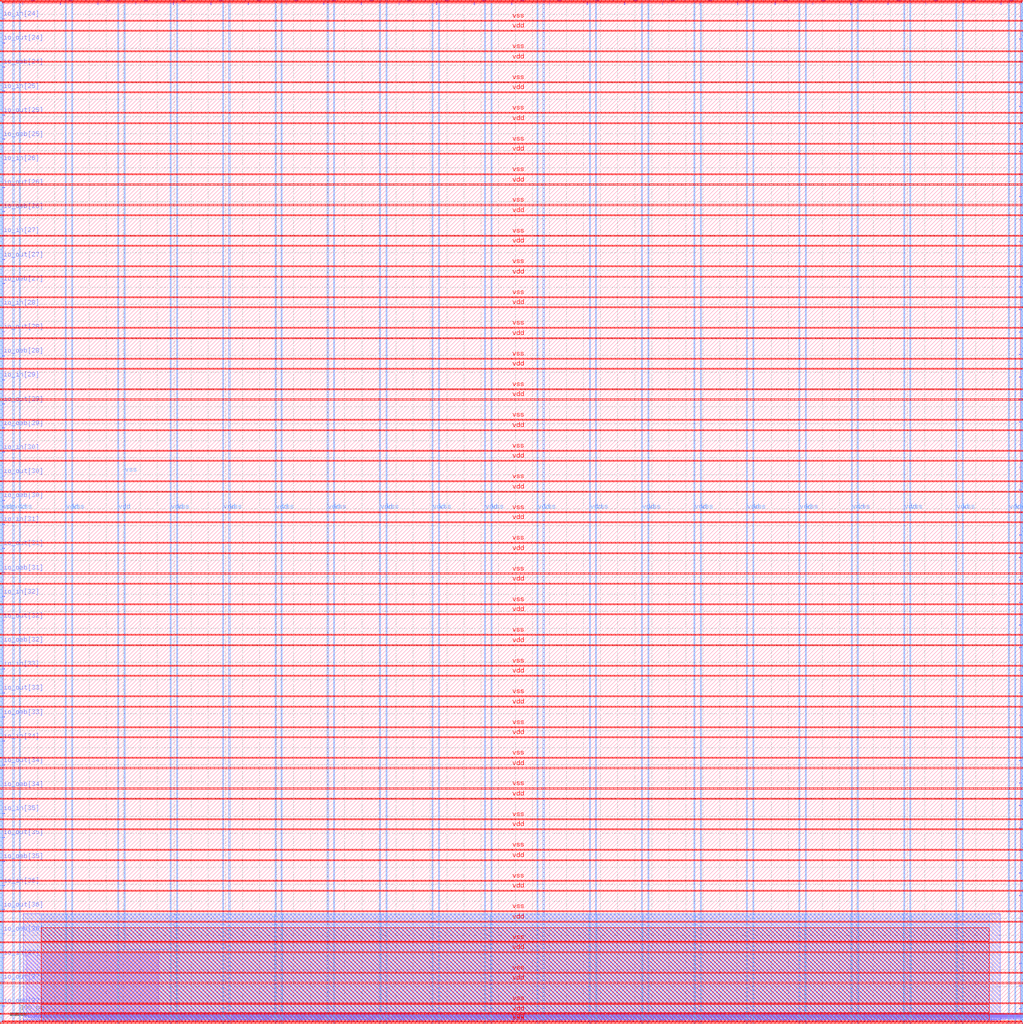
<source format=lef>
VERSION 5.7 ;
  NOWIREEXTENSIONATPIN ON ;
  DIVIDERCHAR "/" ;
  BUSBITCHARS "[]" ;
MACRO user_project_wrapper
  CLASS BLOCK ;
  FOREIGN user_project_wrapper ;
  ORIGIN 0.000 0.000 ;
  SIZE 2980.200 BY 2980.200 ;
  PIN io_in[0]
    DIRECTION INPUT ;
    USE SIGNAL ;
    PORT
      LAYER Metal3 ;
        RECT 2977.800 35.560 2985.000 36.680 ;
    END
  END io_in[0]
  PIN io_in[10]
    DIRECTION INPUT ;
    USE SIGNAL ;
    PORT
      LAYER Metal3 ;
        RECT 2977.800 2017.960 2985.000 2019.080 ;
    END
  END io_in[10]
  PIN io_in[11]
    DIRECTION INPUT ;
    USE SIGNAL ;
    PORT
      LAYER Metal3 ;
        RECT 2977.800 2216.200 2985.000 2217.320 ;
    END
  END io_in[11]
  PIN io_in[12]
    DIRECTION INPUT ;
    USE SIGNAL ;
    PORT
      LAYER Metal3 ;
        RECT 2977.800 2414.440 2985.000 2415.560 ;
    END
  END io_in[12]
  PIN io_in[13]
    DIRECTION INPUT ;
    USE SIGNAL ;
    PORT
      LAYER Metal3 ;
        RECT 2977.800 2612.680 2985.000 2613.800 ;
    END
  END io_in[13]
  PIN io_in[14]
    DIRECTION INPUT ;
    USE SIGNAL ;
    PORT
      LAYER Metal3 ;
        RECT 2977.800 2810.920 2985.000 2812.040 ;
    END
  END io_in[14]
  PIN io_in[15]
    DIRECTION INPUT ;
    USE SIGNAL ;
    PORT
      LAYER Metal2 ;
        RECT 2923.480 2977.800 2924.600 2985.000 ;
    END
  END io_in[15]
  PIN io_in[16]
    DIRECTION INPUT ;
    USE SIGNAL ;
    PORT
      LAYER Metal2 ;
        RECT 2592.520 2977.800 2593.640 2985.000 ;
    END
  END io_in[16]
  PIN io_in[17]
    DIRECTION INPUT ;
    USE SIGNAL ;
    PORT
      LAYER Metal2 ;
        RECT 2261.560 2977.800 2262.680 2985.000 ;
    END
  END io_in[17]
  PIN io_in[18]
    DIRECTION INPUT ;
    USE SIGNAL ;
    PORT
      LAYER Metal2 ;
        RECT 1930.600 2977.800 1931.720 2985.000 ;
    END
  END io_in[18]
  PIN io_in[19]
    DIRECTION INPUT ;
    USE SIGNAL ;
    PORT
      LAYER Metal2 ;
        RECT 1599.640 2977.800 1600.760 2985.000 ;
    END
  END io_in[19]
  PIN io_in[1]
    DIRECTION INPUT ;
    USE SIGNAL ;
    PORT
      LAYER Metal3 ;
        RECT 2977.800 233.800 2985.000 234.920 ;
    END
  END io_in[1]
  PIN io_in[20]
    DIRECTION INPUT ;
    USE SIGNAL ;
    PORT
      LAYER Metal2 ;
        RECT 1268.680 2977.800 1269.800 2985.000 ;
    END
  END io_in[20]
  PIN io_in[21]
    DIRECTION INPUT ;
    USE SIGNAL ;
    PORT
      LAYER Metal2 ;
        RECT 937.720 2977.800 938.840 2985.000 ;
    END
  END io_in[21]
  PIN io_in[22]
    DIRECTION INPUT ;
    USE SIGNAL ;
    PORT
      LAYER Metal2 ;
        RECT 606.760 2977.800 607.880 2985.000 ;
    END
  END io_in[22]
  PIN io_in[23]
    DIRECTION INPUT ;
    USE SIGNAL ;
    PORT
      LAYER Metal2 ;
        RECT 275.800 2977.800 276.920 2985.000 ;
    END
  END io_in[23]
  PIN io_in[24]
    DIRECTION INPUT ;
    USE SIGNAL ;
    PORT
      LAYER Metal3 ;
        RECT -4.800 2935.800 2.400 2936.920 ;
    END
  END io_in[24]
  PIN io_in[25]
    DIRECTION INPUT ;
    USE SIGNAL ;
    PORT
      LAYER Metal3 ;
        RECT -4.800 2724.120 2.400 2725.240 ;
    END
  END io_in[25]
  PIN io_in[26]
    DIRECTION INPUT ;
    USE SIGNAL ;
    PORT
      LAYER Metal3 ;
        RECT -4.800 2512.440 2.400 2513.560 ;
    END
  END io_in[26]
  PIN io_in[27]
    DIRECTION INPUT ;
    USE SIGNAL ;
    PORT
      LAYER Metal3 ;
        RECT -4.800 2300.760 2.400 2301.880 ;
    END
  END io_in[27]
  PIN io_in[28]
    DIRECTION INPUT ;
    USE SIGNAL ;
    PORT
      LAYER Metal3 ;
        RECT -4.800 2089.080 2.400 2090.200 ;
    END
  END io_in[28]
  PIN io_in[29]
    DIRECTION INPUT ;
    USE SIGNAL ;
    PORT
      LAYER Metal3 ;
        RECT -4.800 1877.400 2.400 1878.520 ;
    END
  END io_in[29]
  PIN io_in[2]
    DIRECTION INPUT ;
    USE SIGNAL ;
    PORT
      LAYER Metal3 ;
        RECT 2977.800 432.040 2985.000 433.160 ;
    END
  END io_in[2]
  PIN io_in[30]
    DIRECTION INPUT ;
    USE SIGNAL ;
    PORT
      LAYER Metal3 ;
        RECT -4.800 1665.720 2.400 1666.840 ;
    END
  END io_in[30]
  PIN io_in[31]
    DIRECTION INPUT ;
    USE SIGNAL ;
    PORT
      LAYER Metal3 ;
        RECT -4.800 1454.040 2.400 1455.160 ;
    END
  END io_in[31]
  PIN io_in[32]
    DIRECTION INPUT ;
    USE SIGNAL ;
    PORT
      LAYER Metal3 ;
        RECT -4.800 1242.360 2.400 1243.480 ;
    END
  END io_in[32]
  PIN io_in[33]
    DIRECTION INPUT ;
    USE SIGNAL ;
    PORT
      LAYER Metal3 ;
        RECT -4.800 1030.680 2.400 1031.800 ;
    END
  END io_in[33]
  PIN io_in[34]
    DIRECTION INPUT ;
    USE SIGNAL ;
    PORT
      LAYER Metal3 ;
        RECT -4.800 819.000 2.400 820.120 ;
    END
  END io_in[34]
  PIN io_in[35]
    DIRECTION INPUT ;
    USE SIGNAL ;
    PORT
      LAYER Metal3 ;
        RECT -4.800 607.320 2.400 608.440 ;
    END
  END io_in[35]
  PIN io_in[36]
    DIRECTION INPUT ;
    USE SIGNAL ;
    PORT
      LAYER Metal3 ;
        RECT -4.800 395.640 2.400 396.760 ;
    END
  END io_in[36]
  PIN io_in[37]
    DIRECTION INPUT ;
    USE SIGNAL ;
    PORT
      LAYER Metal3 ;
        RECT -4.800 183.960 2.400 185.080 ;
    END
  END io_in[37]
  PIN io_in[3]
    DIRECTION INPUT ;
    USE SIGNAL ;
    PORT
      LAYER Metal3 ;
        RECT 2977.800 630.280 2985.000 631.400 ;
    END
  END io_in[3]
  PIN io_in[4]
    DIRECTION INPUT ;
    USE SIGNAL ;
    PORT
      LAYER Metal3 ;
        RECT 2977.800 828.520 2985.000 829.640 ;
    END
  END io_in[4]
  PIN io_in[5]
    DIRECTION INPUT ;
    USE SIGNAL ;
    PORT
      LAYER Metal3 ;
        RECT 2977.800 1026.760 2985.000 1027.880 ;
    END
  END io_in[5]
  PIN io_in[6]
    DIRECTION INPUT ;
    USE SIGNAL ;
    PORT
      LAYER Metal3 ;
        RECT 2977.800 1225.000 2985.000 1226.120 ;
    END
  END io_in[6]
  PIN io_in[7]
    DIRECTION INPUT ;
    USE SIGNAL ;
    PORT
      LAYER Metal3 ;
        RECT 2977.800 1423.240 2985.000 1424.360 ;
    END
  END io_in[7]
  PIN io_in[8]
    DIRECTION INPUT ;
    USE SIGNAL ;
    PORT
      LAYER Metal3 ;
        RECT 2977.800 1621.480 2985.000 1622.600 ;
    END
  END io_in[8]
  PIN io_in[9]
    DIRECTION INPUT ;
    USE SIGNAL ;
    PORT
      LAYER Metal3 ;
        RECT 2977.800 1819.720 2985.000 1820.840 ;
    END
  END io_in[9]
  PIN io_oeb[0]
    DIRECTION OUTPUT TRISTATE ;
    USE SIGNAL ;
    PORT
      LAYER Metal3 ;
        RECT 2977.800 167.720 2985.000 168.840 ;
    END
  END io_oeb[0]
  PIN io_oeb[10]
    DIRECTION OUTPUT TRISTATE ;
    USE SIGNAL ;
    PORT
      LAYER Metal3 ;
        RECT 2977.800 2150.120 2985.000 2151.240 ;
    END
  END io_oeb[10]
  PIN io_oeb[11]
    DIRECTION OUTPUT TRISTATE ;
    USE SIGNAL ;
    PORT
      LAYER Metal3 ;
        RECT 2977.800 2348.360 2985.000 2349.480 ;
    END
  END io_oeb[11]
  PIN io_oeb[12]
    DIRECTION OUTPUT TRISTATE ;
    USE SIGNAL ;
    PORT
      LAYER Metal3 ;
        RECT 2977.800 2546.600 2985.000 2547.720 ;
    END
  END io_oeb[12]
  PIN io_oeb[13]
    DIRECTION OUTPUT TRISTATE ;
    USE SIGNAL ;
    PORT
      LAYER Metal3 ;
        RECT 2977.800 2744.840 2985.000 2745.960 ;
    END
  END io_oeb[13]
  PIN io_oeb[14]
    DIRECTION OUTPUT TRISTATE ;
    USE SIGNAL ;
    PORT
      LAYER Metal3 ;
        RECT 2977.800 2943.080 2985.000 2944.200 ;
    END
  END io_oeb[14]
  PIN io_oeb[15]
    DIRECTION OUTPUT TRISTATE ;
    USE SIGNAL ;
    PORT
      LAYER Metal2 ;
        RECT 2702.840 2977.800 2703.960 2985.000 ;
    END
  END io_oeb[15]
  PIN io_oeb[16]
    DIRECTION OUTPUT TRISTATE ;
    USE SIGNAL ;
    PORT
      LAYER Metal2 ;
        RECT 2371.880 2977.800 2373.000 2985.000 ;
    END
  END io_oeb[16]
  PIN io_oeb[17]
    DIRECTION OUTPUT TRISTATE ;
    USE SIGNAL ;
    PORT
      LAYER Metal2 ;
        RECT 2040.920 2977.800 2042.040 2985.000 ;
    END
  END io_oeb[17]
  PIN io_oeb[18]
    DIRECTION OUTPUT TRISTATE ;
    USE SIGNAL ;
    PORT
      LAYER Metal2 ;
        RECT 1709.960 2977.800 1711.080 2985.000 ;
    END
  END io_oeb[18]
  PIN io_oeb[19]
    DIRECTION OUTPUT TRISTATE ;
    USE SIGNAL ;
    PORT
      LAYER Metal2 ;
        RECT 1379.000 2977.800 1380.120 2985.000 ;
    END
  END io_oeb[19]
  PIN io_oeb[1]
    DIRECTION OUTPUT TRISTATE ;
    USE SIGNAL ;
    PORT
      LAYER Metal3 ;
        RECT 2977.800 365.960 2985.000 367.080 ;
    END
  END io_oeb[1]
  PIN io_oeb[20]
    DIRECTION OUTPUT TRISTATE ;
    USE SIGNAL ;
    PORT
      LAYER Metal2 ;
        RECT 1048.040 2977.800 1049.160 2985.000 ;
    END
  END io_oeb[20]
  PIN io_oeb[21]
    DIRECTION OUTPUT TRISTATE ;
    USE SIGNAL ;
    PORT
      LAYER Metal2 ;
        RECT 717.080 2977.800 718.200 2985.000 ;
    END
  END io_oeb[21]
  PIN io_oeb[22]
    DIRECTION OUTPUT TRISTATE ;
    USE SIGNAL ;
    PORT
      LAYER Metal2 ;
        RECT 386.120 2977.800 387.240 2985.000 ;
    END
  END io_oeb[22]
  PIN io_oeb[23]
    DIRECTION OUTPUT TRISTATE ;
    USE SIGNAL ;
    PORT
      LAYER Metal2 ;
        RECT 55.160 2977.800 56.280 2985.000 ;
    END
  END io_oeb[23]
  PIN io_oeb[24]
    DIRECTION OUTPUT TRISTATE ;
    USE SIGNAL ;
    PORT
      LAYER Metal3 ;
        RECT -4.800 2794.680 2.400 2795.800 ;
    END
  END io_oeb[24]
  PIN io_oeb[25]
    DIRECTION OUTPUT TRISTATE ;
    USE SIGNAL ;
    PORT
      LAYER Metal3 ;
        RECT -4.800 2583.000 2.400 2584.120 ;
    END
  END io_oeb[25]
  PIN io_oeb[26]
    DIRECTION OUTPUT TRISTATE ;
    USE SIGNAL ;
    PORT
      LAYER Metal3 ;
        RECT -4.800 2371.320 2.400 2372.440 ;
    END
  END io_oeb[26]
  PIN io_oeb[27]
    DIRECTION OUTPUT TRISTATE ;
    USE SIGNAL ;
    PORT
      LAYER Metal3 ;
        RECT -4.800 2159.640 2.400 2160.760 ;
    END
  END io_oeb[27]
  PIN io_oeb[28]
    DIRECTION OUTPUT TRISTATE ;
    USE SIGNAL ;
    PORT
      LAYER Metal3 ;
        RECT -4.800 1947.960 2.400 1949.080 ;
    END
  END io_oeb[28]
  PIN io_oeb[29]
    DIRECTION OUTPUT TRISTATE ;
    USE SIGNAL ;
    PORT
      LAYER Metal3 ;
        RECT -4.800 1736.280 2.400 1737.400 ;
    END
  END io_oeb[29]
  PIN io_oeb[2]
    DIRECTION OUTPUT TRISTATE ;
    USE SIGNAL ;
    PORT
      LAYER Metal3 ;
        RECT 2977.800 564.200 2985.000 565.320 ;
    END
  END io_oeb[2]
  PIN io_oeb[30]
    DIRECTION OUTPUT TRISTATE ;
    USE SIGNAL ;
    PORT
      LAYER Metal3 ;
        RECT -4.800 1524.600 2.400 1525.720 ;
    END
  END io_oeb[30]
  PIN io_oeb[31]
    DIRECTION OUTPUT TRISTATE ;
    USE SIGNAL ;
    PORT
      LAYER Metal3 ;
        RECT -4.800 1312.920 2.400 1314.040 ;
    END
  END io_oeb[31]
  PIN io_oeb[32]
    DIRECTION OUTPUT TRISTATE ;
    USE SIGNAL ;
    PORT
      LAYER Metal3 ;
        RECT -4.800 1101.240 2.400 1102.360 ;
    END
  END io_oeb[32]
  PIN io_oeb[33]
    DIRECTION OUTPUT TRISTATE ;
    USE SIGNAL ;
    PORT
      LAYER Metal3 ;
        RECT -4.800 889.560 2.400 890.680 ;
    END
  END io_oeb[33]
  PIN io_oeb[34]
    DIRECTION OUTPUT TRISTATE ;
    USE SIGNAL ;
    PORT
      LAYER Metal3 ;
        RECT -4.800 677.880 2.400 679.000 ;
    END
  END io_oeb[34]
  PIN io_oeb[35]
    DIRECTION OUTPUT TRISTATE ;
    USE SIGNAL ;
    PORT
      LAYER Metal3 ;
        RECT -4.800 466.200 2.400 467.320 ;
    END
  END io_oeb[35]
  PIN io_oeb[36]
    DIRECTION OUTPUT TRISTATE ;
    USE SIGNAL ;
    PORT
      LAYER Metal3 ;
        RECT -4.800 254.520 2.400 255.640 ;
    END
  END io_oeb[36]
  PIN io_oeb[37]
    DIRECTION OUTPUT TRISTATE ;
    USE SIGNAL ;
    PORT
      LAYER Metal3 ;
        RECT -4.800 42.840 2.400 43.960 ;
    END
  END io_oeb[37]
  PIN io_oeb[3]
    DIRECTION OUTPUT TRISTATE ;
    USE SIGNAL ;
    PORT
      LAYER Metal3 ;
        RECT 2977.800 762.440 2985.000 763.560 ;
    END
  END io_oeb[3]
  PIN io_oeb[4]
    DIRECTION OUTPUT TRISTATE ;
    USE SIGNAL ;
    PORT
      LAYER Metal3 ;
        RECT 2977.800 960.680 2985.000 961.800 ;
    END
  END io_oeb[4]
  PIN io_oeb[5]
    DIRECTION OUTPUT TRISTATE ;
    USE SIGNAL ;
    PORT
      LAYER Metal3 ;
        RECT 2977.800 1158.920 2985.000 1160.040 ;
    END
  END io_oeb[5]
  PIN io_oeb[6]
    DIRECTION OUTPUT TRISTATE ;
    USE SIGNAL ;
    PORT
      LAYER Metal3 ;
        RECT 2977.800 1357.160 2985.000 1358.280 ;
    END
  END io_oeb[6]
  PIN io_oeb[7]
    DIRECTION OUTPUT TRISTATE ;
    USE SIGNAL ;
    PORT
      LAYER Metal3 ;
        RECT 2977.800 1555.400 2985.000 1556.520 ;
    END
  END io_oeb[7]
  PIN io_oeb[8]
    DIRECTION OUTPUT TRISTATE ;
    USE SIGNAL ;
    PORT
      LAYER Metal3 ;
        RECT 2977.800 1753.640 2985.000 1754.760 ;
    END
  END io_oeb[8]
  PIN io_oeb[9]
    DIRECTION OUTPUT TRISTATE ;
    USE SIGNAL ;
    PORT
      LAYER Metal3 ;
        RECT 2977.800 1951.880 2985.000 1953.000 ;
    END
  END io_oeb[9]
  PIN io_out[0]
    DIRECTION OUTPUT TRISTATE ;
    USE SIGNAL ;
    PORT
      LAYER Metal3 ;
        RECT 2977.800 101.640 2985.000 102.760 ;
    END
  END io_out[0]
  PIN io_out[10]
    DIRECTION OUTPUT TRISTATE ;
    USE SIGNAL ;
    PORT
      LAYER Metal3 ;
        RECT 2977.800 2084.040 2985.000 2085.160 ;
    END
  END io_out[10]
  PIN io_out[11]
    DIRECTION OUTPUT TRISTATE ;
    USE SIGNAL ;
    PORT
      LAYER Metal3 ;
        RECT 2977.800 2282.280 2985.000 2283.400 ;
    END
  END io_out[11]
  PIN io_out[12]
    DIRECTION OUTPUT TRISTATE ;
    USE SIGNAL ;
    PORT
      LAYER Metal3 ;
        RECT 2977.800 2480.520 2985.000 2481.640 ;
    END
  END io_out[12]
  PIN io_out[13]
    DIRECTION OUTPUT TRISTATE ;
    USE SIGNAL ;
    PORT
      LAYER Metal3 ;
        RECT 2977.800 2678.760 2985.000 2679.880 ;
    END
  END io_out[13]
  PIN io_out[14]
    DIRECTION OUTPUT TRISTATE ;
    USE SIGNAL ;
    PORT
      LAYER Metal3 ;
        RECT 2977.800 2877.000 2985.000 2878.120 ;
    END
  END io_out[14]
  PIN io_out[15]
    DIRECTION OUTPUT TRISTATE ;
    USE SIGNAL ;
    PORT
      LAYER Metal2 ;
        RECT 2813.160 2977.800 2814.280 2985.000 ;
    END
  END io_out[15]
  PIN io_out[16]
    DIRECTION OUTPUT TRISTATE ;
    USE SIGNAL ;
    PORT
      LAYER Metal2 ;
        RECT 2482.200 2977.800 2483.320 2985.000 ;
    END
  END io_out[16]
  PIN io_out[17]
    DIRECTION OUTPUT TRISTATE ;
    USE SIGNAL ;
    PORT
      LAYER Metal2 ;
        RECT 2151.240 2977.800 2152.360 2985.000 ;
    END
  END io_out[17]
  PIN io_out[18]
    DIRECTION OUTPUT TRISTATE ;
    USE SIGNAL ;
    PORT
      LAYER Metal2 ;
        RECT 1820.280 2977.800 1821.400 2985.000 ;
    END
  END io_out[18]
  PIN io_out[19]
    DIRECTION OUTPUT TRISTATE ;
    USE SIGNAL ;
    PORT
      LAYER Metal2 ;
        RECT 1489.320 2977.800 1490.440 2985.000 ;
    END
  END io_out[19]
  PIN io_out[1]
    DIRECTION OUTPUT TRISTATE ;
    USE SIGNAL ;
    PORT
      LAYER Metal3 ;
        RECT 2977.800 299.880 2985.000 301.000 ;
    END
  END io_out[1]
  PIN io_out[20]
    DIRECTION OUTPUT TRISTATE ;
    USE SIGNAL ;
    PORT
      LAYER Metal2 ;
        RECT 1158.360 2977.800 1159.480 2985.000 ;
    END
  END io_out[20]
  PIN io_out[21]
    DIRECTION OUTPUT TRISTATE ;
    USE SIGNAL ;
    PORT
      LAYER Metal2 ;
        RECT 827.400 2977.800 828.520 2985.000 ;
    END
  END io_out[21]
  PIN io_out[22]
    DIRECTION OUTPUT TRISTATE ;
    USE SIGNAL ;
    PORT
      LAYER Metal2 ;
        RECT 496.440 2977.800 497.560 2985.000 ;
    END
  END io_out[22]
  PIN io_out[23]
    DIRECTION OUTPUT TRISTATE ;
    USE SIGNAL ;
    PORT
      LAYER Metal2 ;
        RECT 165.480 2977.800 166.600 2985.000 ;
    END
  END io_out[23]
  PIN io_out[24]
    DIRECTION OUTPUT TRISTATE ;
    USE SIGNAL ;
    PORT
      LAYER Metal3 ;
        RECT -4.800 2865.240 2.400 2866.360 ;
    END
  END io_out[24]
  PIN io_out[25]
    DIRECTION OUTPUT TRISTATE ;
    USE SIGNAL ;
    PORT
      LAYER Metal3 ;
        RECT -4.800 2653.560 2.400 2654.680 ;
    END
  END io_out[25]
  PIN io_out[26]
    DIRECTION OUTPUT TRISTATE ;
    USE SIGNAL ;
    PORT
      LAYER Metal3 ;
        RECT -4.800 2441.880 2.400 2443.000 ;
    END
  END io_out[26]
  PIN io_out[27]
    DIRECTION OUTPUT TRISTATE ;
    USE SIGNAL ;
    PORT
      LAYER Metal3 ;
        RECT -4.800 2230.200 2.400 2231.320 ;
    END
  END io_out[27]
  PIN io_out[28]
    DIRECTION OUTPUT TRISTATE ;
    USE SIGNAL ;
    PORT
      LAYER Metal3 ;
        RECT -4.800 2018.520 2.400 2019.640 ;
    END
  END io_out[28]
  PIN io_out[29]
    DIRECTION OUTPUT TRISTATE ;
    USE SIGNAL ;
    PORT
      LAYER Metal3 ;
        RECT -4.800 1806.840 2.400 1807.960 ;
    END
  END io_out[29]
  PIN io_out[2]
    DIRECTION OUTPUT TRISTATE ;
    USE SIGNAL ;
    PORT
      LAYER Metal3 ;
        RECT 2977.800 498.120 2985.000 499.240 ;
    END
  END io_out[2]
  PIN io_out[30]
    DIRECTION OUTPUT TRISTATE ;
    USE SIGNAL ;
    PORT
      LAYER Metal3 ;
        RECT -4.800 1595.160 2.400 1596.280 ;
    END
  END io_out[30]
  PIN io_out[31]
    DIRECTION OUTPUT TRISTATE ;
    USE SIGNAL ;
    PORT
      LAYER Metal3 ;
        RECT -4.800 1383.480 2.400 1384.600 ;
    END
  END io_out[31]
  PIN io_out[32]
    DIRECTION OUTPUT TRISTATE ;
    USE SIGNAL ;
    PORT
      LAYER Metal3 ;
        RECT -4.800 1171.800 2.400 1172.920 ;
    END
  END io_out[32]
  PIN io_out[33]
    DIRECTION OUTPUT TRISTATE ;
    USE SIGNAL ;
    PORT
      LAYER Metal3 ;
        RECT -4.800 960.120 2.400 961.240 ;
    END
  END io_out[33]
  PIN io_out[34]
    DIRECTION OUTPUT TRISTATE ;
    USE SIGNAL ;
    PORT
      LAYER Metal3 ;
        RECT -4.800 748.440 2.400 749.560 ;
    END
  END io_out[34]
  PIN io_out[35]
    DIRECTION OUTPUT TRISTATE ;
    USE SIGNAL ;
    PORT
      LAYER Metal3 ;
        RECT -4.800 536.760 2.400 537.880 ;
    END
  END io_out[35]
  PIN io_out[36]
    DIRECTION OUTPUT TRISTATE ;
    USE SIGNAL ;
    PORT
      LAYER Metal3 ;
        RECT -4.800 325.080 2.400 326.200 ;
    END
  END io_out[36]
  PIN io_out[37]
    DIRECTION OUTPUT TRISTATE ;
    USE SIGNAL ;
    PORT
      LAYER Metal3 ;
        RECT -4.800 113.400 2.400 114.520 ;
    END
  END io_out[37]
  PIN io_out[3]
    DIRECTION OUTPUT TRISTATE ;
    USE SIGNAL ;
    PORT
      LAYER Metal3 ;
        RECT 2977.800 696.360 2985.000 697.480 ;
    END
  END io_out[3]
  PIN io_out[4]
    DIRECTION OUTPUT TRISTATE ;
    USE SIGNAL ;
    PORT
      LAYER Metal3 ;
        RECT 2977.800 894.600 2985.000 895.720 ;
    END
  END io_out[4]
  PIN io_out[5]
    DIRECTION OUTPUT TRISTATE ;
    USE SIGNAL ;
    PORT
      LAYER Metal3 ;
        RECT 2977.800 1092.840 2985.000 1093.960 ;
    END
  END io_out[5]
  PIN io_out[6]
    DIRECTION OUTPUT TRISTATE ;
    USE SIGNAL ;
    PORT
      LAYER Metal3 ;
        RECT 2977.800 1291.080 2985.000 1292.200 ;
    END
  END io_out[6]
  PIN io_out[7]
    DIRECTION OUTPUT TRISTATE ;
    USE SIGNAL ;
    PORT
      LAYER Metal3 ;
        RECT 2977.800 1489.320 2985.000 1490.440 ;
    END
  END io_out[7]
  PIN io_out[8]
    DIRECTION OUTPUT TRISTATE ;
    USE SIGNAL ;
    PORT
      LAYER Metal3 ;
        RECT 2977.800 1687.560 2985.000 1688.680 ;
    END
  END io_out[8]
  PIN io_out[9]
    DIRECTION OUTPUT TRISTATE ;
    USE SIGNAL ;
    PORT
      LAYER Metal3 ;
        RECT 2977.800 1885.800 2985.000 1886.920 ;
    END
  END io_out[9]
  PIN la_data_in[0]
    DIRECTION INPUT ;
    USE SIGNAL ;
    PORT
      LAYER Metal2 ;
        RECT 1065.960 -4.800 1067.080 2.400 ;
    END
  END la_data_in[0]
  PIN la_data_in[10]
    DIRECTION INPUT ;
    USE SIGNAL ;
    PORT
      LAYER Metal2 ;
        RECT 1351.560 -4.800 1352.680 2.400 ;
    END
  END la_data_in[10]
  PIN la_data_in[11]
    DIRECTION INPUT ;
    USE SIGNAL ;
    PORT
      LAYER Metal2 ;
        RECT 1380.120 -4.800 1381.240 2.400 ;
    END
  END la_data_in[11]
  PIN la_data_in[12]
    DIRECTION INPUT ;
    USE SIGNAL ;
    PORT
      LAYER Metal2 ;
        RECT 1408.680 -4.800 1409.800 2.400 ;
    END
  END la_data_in[12]
  PIN la_data_in[13]
    DIRECTION INPUT ;
    USE SIGNAL ;
    PORT
      LAYER Metal2 ;
        RECT 1437.240 -4.800 1438.360 2.400 ;
    END
  END la_data_in[13]
  PIN la_data_in[14]
    DIRECTION INPUT ;
    USE SIGNAL ;
    PORT
      LAYER Metal2 ;
        RECT 1465.800 -4.800 1466.920 2.400 ;
    END
  END la_data_in[14]
  PIN la_data_in[15]
    DIRECTION INPUT ;
    USE SIGNAL ;
    PORT
      LAYER Metal2 ;
        RECT 1494.360 -4.800 1495.480 2.400 ;
    END
  END la_data_in[15]
  PIN la_data_in[16]
    DIRECTION INPUT ;
    USE SIGNAL ;
    PORT
      LAYER Metal2 ;
        RECT 1522.920 -4.800 1524.040 2.400 ;
    END
  END la_data_in[16]
  PIN la_data_in[17]
    DIRECTION INPUT ;
    USE SIGNAL ;
    PORT
      LAYER Metal2 ;
        RECT 1551.480 -4.800 1552.600 2.400 ;
    END
  END la_data_in[17]
  PIN la_data_in[18]
    DIRECTION INPUT ;
    USE SIGNAL ;
    PORT
      LAYER Metal2 ;
        RECT 1580.040 -4.800 1581.160 2.400 ;
    END
  END la_data_in[18]
  PIN la_data_in[19]
    DIRECTION INPUT ;
    USE SIGNAL ;
    PORT
      LAYER Metal2 ;
        RECT 1608.600 -4.800 1609.720 2.400 ;
    END
  END la_data_in[19]
  PIN la_data_in[1]
    DIRECTION INPUT ;
    USE SIGNAL ;
    PORT
      LAYER Metal2 ;
        RECT 1094.520 -4.800 1095.640 2.400 ;
    END
  END la_data_in[1]
  PIN la_data_in[20]
    DIRECTION INPUT ;
    USE SIGNAL ;
    PORT
      LAYER Metal2 ;
        RECT 1637.160 -4.800 1638.280 2.400 ;
    END
  END la_data_in[20]
  PIN la_data_in[21]
    DIRECTION INPUT ;
    USE SIGNAL ;
    PORT
      LAYER Metal2 ;
        RECT 1665.720 -4.800 1666.840 2.400 ;
    END
  END la_data_in[21]
  PIN la_data_in[22]
    DIRECTION INPUT ;
    USE SIGNAL ;
    PORT
      LAYER Metal2 ;
        RECT 1694.280 -4.800 1695.400 2.400 ;
    END
  END la_data_in[22]
  PIN la_data_in[23]
    DIRECTION INPUT ;
    USE SIGNAL ;
    PORT
      LAYER Metal2 ;
        RECT 1722.840 -4.800 1723.960 2.400 ;
    END
  END la_data_in[23]
  PIN la_data_in[24]
    DIRECTION INPUT ;
    USE SIGNAL ;
    PORT
      LAYER Metal2 ;
        RECT 1751.400 -4.800 1752.520 2.400 ;
    END
  END la_data_in[24]
  PIN la_data_in[25]
    DIRECTION INPUT ;
    USE SIGNAL ;
    PORT
      LAYER Metal2 ;
        RECT 1779.960 -4.800 1781.080 2.400 ;
    END
  END la_data_in[25]
  PIN la_data_in[26]
    DIRECTION INPUT ;
    USE SIGNAL ;
    PORT
      LAYER Metal2 ;
        RECT 1808.520 -4.800 1809.640 2.400 ;
    END
  END la_data_in[26]
  PIN la_data_in[27]
    DIRECTION INPUT ;
    USE SIGNAL ;
    PORT
      LAYER Metal2 ;
        RECT 1837.080 -4.800 1838.200 2.400 ;
    END
  END la_data_in[27]
  PIN la_data_in[28]
    DIRECTION INPUT ;
    USE SIGNAL ;
    PORT
      LAYER Metal2 ;
        RECT 1865.640 -4.800 1866.760 2.400 ;
    END
  END la_data_in[28]
  PIN la_data_in[29]
    DIRECTION INPUT ;
    USE SIGNAL ;
    PORT
      LAYER Metal2 ;
        RECT 1894.200 -4.800 1895.320 2.400 ;
    END
  END la_data_in[29]
  PIN la_data_in[2]
    DIRECTION INPUT ;
    USE SIGNAL ;
    PORT
      LAYER Metal2 ;
        RECT 1123.080 -4.800 1124.200 2.400 ;
    END
  END la_data_in[2]
  PIN la_data_in[30]
    DIRECTION INPUT ;
    USE SIGNAL ;
    PORT
      LAYER Metal2 ;
        RECT 1922.760 -4.800 1923.880 2.400 ;
    END
  END la_data_in[30]
  PIN la_data_in[31]
    DIRECTION INPUT ;
    USE SIGNAL ;
    PORT
      LAYER Metal2 ;
        RECT 1951.320 -4.800 1952.440 2.400 ;
    END
  END la_data_in[31]
  PIN la_data_in[32]
    DIRECTION INPUT ;
    USE SIGNAL ;
    PORT
      LAYER Metal2 ;
        RECT 1979.880 -4.800 1981.000 2.400 ;
    END
  END la_data_in[32]
  PIN la_data_in[33]
    DIRECTION INPUT ;
    USE SIGNAL ;
    PORT
      LAYER Metal2 ;
        RECT 2008.440 -4.800 2009.560 2.400 ;
    END
  END la_data_in[33]
  PIN la_data_in[34]
    DIRECTION INPUT ;
    USE SIGNAL ;
    PORT
      LAYER Metal2 ;
        RECT 2037.000 -4.800 2038.120 2.400 ;
    END
  END la_data_in[34]
  PIN la_data_in[35]
    DIRECTION INPUT ;
    USE SIGNAL ;
    PORT
      LAYER Metal2 ;
        RECT 2065.560 -4.800 2066.680 2.400 ;
    END
  END la_data_in[35]
  PIN la_data_in[36]
    DIRECTION INPUT ;
    USE SIGNAL ;
    PORT
      LAYER Metal2 ;
        RECT 2094.120 -4.800 2095.240 2.400 ;
    END
  END la_data_in[36]
  PIN la_data_in[37]
    DIRECTION INPUT ;
    USE SIGNAL ;
    PORT
      LAYER Metal2 ;
        RECT 2122.680 -4.800 2123.800 2.400 ;
    END
  END la_data_in[37]
  PIN la_data_in[38]
    DIRECTION INPUT ;
    USE SIGNAL ;
    PORT
      LAYER Metal2 ;
        RECT 2151.240 -4.800 2152.360 2.400 ;
    END
  END la_data_in[38]
  PIN la_data_in[39]
    DIRECTION INPUT ;
    USE SIGNAL ;
    PORT
      LAYER Metal2 ;
        RECT 2179.800 -4.800 2180.920 2.400 ;
    END
  END la_data_in[39]
  PIN la_data_in[3]
    DIRECTION INPUT ;
    USE SIGNAL ;
    PORT
      LAYER Metal2 ;
        RECT 1151.640 -4.800 1152.760 2.400 ;
    END
  END la_data_in[3]
  PIN la_data_in[40]
    DIRECTION INPUT ;
    USE SIGNAL ;
    PORT
      LAYER Metal2 ;
        RECT 2208.360 -4.800 2209.480 2.400 ;
    END
  END la_data_in[40]
  PIN la_data_in[41]
    DIRECTION INPUT ;
    USE SIGNAL ;
    PORT
      LAYER Metal2 ;
        RECT 2236.920 -4.800 2238.040 2.400 ;
    END
  END la_data_in[41]
  PIN la_data_in[42]
    DIRECTION INPUT ;
    USE SIGNAL ;
    PORT
      LAYER Metal2 ;
        RECT 2265.480 -4.800 2266.600 2.400 ;
    END
  END la_data_in[42]
  PIN la_data_in[43]
    DIRECTION INPUT ;
    USE SIGNAL ;
    PORT
      LAYER Metal2 ;
        RECT 2294.040 -4.800 2295.160 2.400 ;
    END
  END la_data_in[43]
  PIN la_data_in[44]
    DIRECTION INPUT ;
    USE SIGNAL ;
    PORT
      LAYER Metal2 ;
        RECT 2322.600 -4.800 2323.720 2.400 ;
    END
  END la_data_in[44]
  PIN la_data_in[45]
    DIRECTION INPUT ;
    USE SIGNAL ;
    PORT
      LAYER Metal2 ;
        RECT 2351.160 -4.800 2352.280 2.400 ;
    END
  END la_data_in[45]
  PIN la_data_in[46]
    DIRECTION INPUT ;
    USE SIGNAL ;
    PORT
      LAYER Metal2 ;
        RECT 2379.720 -4.800 2380.840 2.400 ;
    END
  END la_data_in[46]
  PIN la_data_in[47]
    DIRECTION INPUT ;
    USE SIGNAL ;
    PORT
      LAYER Metal2 ;
        RECT 2408.280 -4.800 2409.400 2.400 ;
    END
  END la_data_in[47]
  PIN la_data_in[48]
    DIRECTION INPUT ;
    USE SIGNAL ;
    PORT
      LAYER Metal2 ;
        RECT 2436.840 -4.800 2437.960 2.400 ;
    END
  END la_data_in[48]
  PIN la_data_in[49]
    DIRECTION INPUT ;
    USE SIGNAL ;
    PORT
      LAYER Metal2 ;
        RECT 2465.400 -4.800 2466.520 2.400 ;
    END
  END la_data_in[49]
  PIN la_data_in[4]
    DIRECTION INPUT ;
    USE SIGNAL ;
    PORT
      LAYER Metal2 ;
        RECT 1180.200 -4.800 1181.320 2.400 ;
    END
  END la_data_in[4]
  PIN la_data_in[50]
    DIRECTION INPUT ;
    USE SIGNAL ;
    PORT
      LAYER Metal2 ;
        RECT 2493.960 -4.800 2495.080 2.400 ;
    END
  END la_data_in[50]
  PIN la_data_in[51]
    DIRECTION INPUT ;
    USE SIGNAL ;
    PORT
      LAYER Metal2 ;
        RECT 2522.520 -4.800 2523.640 2.400 ;
    END
  END la_data_in[51]
  PIN la_data_in[52]
    DIRECTION INPUT ;
    USE SIGNAL ;
    PORT
      LAYER Metal2 ;
        RECT 2551.080 -4.800 2552.200 2.400 ;
    END
  END la_data_in[52]
  PIN la_data_in[53]
    DIRECTION INPUT ;
    USE SIGNAL ;
    PORT
      LAYER Metal2 ;
        RECT 2579.640 -4.800 2580.760 2.400 ;
    END
  END la_data_in[53]
  PIN la_data_in[54]
    DIRECTION INPUT ;
    USE SIGNAL ;
    PORT
      LAYER Metal2 ;
        RECT 2608.200 -4.800 2609.320 2.400 ;
    END
  END la_data_in[54]
  PIN la_data_in[55]
    DIRECTION INPUT ;
    USE SIGNAL ;
    PORT
      LAYER Metal2 ;
        RECT 2636.760 -4.800 2637.880 2.400 ;
    END
  END la_data_in[55]
  PIN la_data_in[56]
    DIRECTION INPUT ;
    USE SIGNAL ;
    PORT
      LAYER Metal2 ;
        RECT 2665.320 -4.800 2666.440 2.400 ;
    END
  END la_data_in[56]
  PIN la_data_in[57]
    DIRECTION INPUT ;
    USE SIGNAL ;
    PORT
      LAYER Metal2 ;
        RECT 2693.880 -4.800 2695.000 2.400 ;
    END
  END la_data_in[57]
  PIN la_data_in[58]
    DIRECTION INPUT ;
    USE SIGNAL ;
    PORT
      LAYER Metal2 ;
        RECT 2722.440 -4.800 2723.560 2.400 ;
    END
  END la_data_in[58]
  PIN la_data_in[59]
    DIRECTION INPUT ;
    USE SIGNAL ;
    PORT
      LAYER Metal2 ;
        RECT 2751.000 -4.800 2752.120 2.400 ;
    END
  END la_data_in[59]
  PIN la_data_in[5]
    DIRECTION INPUT ;
    USE SIGNAL ;
    PORT
      LAYER Metal2 ;
        RECT 1208.760 -4.800 1209.880 2.400 ;
    END
  END la_data_in[5]
  PIN la_data_in[60]
    DIRECTION INPUT ;
    USE SIGNAL ;
    PORT
      LAYER Metal2 ;
        RECT 2779.560 -4.800 2780.680 2.400 ;
    END
  END la_data_in[60]
  PIN la_data_in[61]
    DIRECTION INPUT ;
    USE SIGNAL ;
    PORT
      LAYER Metal2 ;
        RECT 2808.120 -4.800 2809.240 2.400 ;
    END
  END la_data_in[61]
  PIN la_data_in[62]
    DIRECTION INPUT ;
    USE SIGNAL ;
    PORT
      LAYER Metal2 ;
        RECT 2836.680 -4.800 2837.800 2.400 ;
    END
  END la_data_in[62]
  PIN la_data_in[63]
    DIRECTION INPUT ;
    USE SIGNAL ;
    PORT
      LAYER Metal2 ;
        RECT 2865.240 -4.800 2866.360 2.400 ;
    END
  END la_data_in[63]
  PIN la_data_in[6]
    DIRECTION INPUT ;
    USE SIGNAL ;
    PORT
      LAYER Metal2 ;
        RECT 1237.320 -4.800 1238.440 2.400 ;
    END
  END la_data_in[6]
  PIN la_data_in[7]
    DIRECTION INPUT ;
    USE SIGNAL ;
    PORT
      LAYER Metal2 ;
        RECT 1265.880 -4.800 1267.000 2.400 ;
    END
  END la_data_in[7]
  PIN la_data_in[8]
    DIRECTION INPUT ;
    USE SIGNAL ;
    PORT
      LAYER Metal2 ;
        RECT 1294.440 -4.800 1295.560 2.400 ;
    END
  END la_data_in[8]
  PIN la_data_in[9]
    DIRECTION INPUT ;
    USE SIGNAL ;
    PORT
      LAYER Metal2 ;
        RECT 1323.000 -4.800 1324.120 2.400 ;
    END
  END la_data_in[9]
  PIN la_data_out[0]
    DIRECTION OUTPUT TRISTATE ;
    USE SIGNAL ;
    PORT
      LAYER Metal2 ;
        RECT 1075.480 -4.800 1076.600 2.400 ;
    END
  END la_data_out[0]
  PIN la_data_out[10]
    DIRECTION OUTPUT TRISTATE ;
    USE SIGNAL ;
    PORT
      LAYER Metal2 ;
        RECT 1361.080 -4.800 1362.200 2.400 ;
    END
  END la_data_out[10]
  PIN la_data_out[11]
    DIRECTION OUTPUT TRISTATE ;
    USE SIGNAL ;
    PORT
      LAYER Metal2 ;
        RECT 1389.640 -4.800 1390.760 2.400 ;
    END
  END la_data_out[11]
  PIN la_data_out[12]
    DIRECTION OUTPUT TRISTATE ;
    USE SIGNAL ;
    PORT
      LAYER Metal2 ;
        RECT 1418.200 -4.800 1419.320 2.400 ;
    END
  END la_data_out[12]
  PIN la_data_out[13]
    DIRECTION OUTPUT TRISTATE ;
    USE SIGNAL ;
    PORT
      LAYER Metal2 ;
        RECT 1446.760 -4.800 1447.880 2.400 ;
    END
  END la_data_out[13]
  PIN la_data_out[14]
    DIRECTION OUTPUT TRISTATE ;
    USE SIGNAL ;
    PORT
      LAYER Metal2 ;
        RECT 1475.320 -4.800 1476.440 2.400 ;
    END
  END la_data_out[14]
  PIN la_data_out[15]
    DIRECTION OUTPUT TRISTATE ;
    USE SIGNAL ;
    PORT
      LAYER Metal2 ;
        RECT 1503.880 -4.800 1505.000 2.400 ;
    END
  END la_data_out[15]
  PIN la_data_out[16]
    DIRECTION OUTPUT TRISTATE ;
    USE SIGNAL ;
    PORT
      LAYER Metal2 ;
        RECT 1532.440 -4.800 1533.560 2.400 ;
    END
  END la_data_out[16]
  PIN la_data_out[17]
    DIRECTION OUTPUT TRISTATE ;
    USE SIGNAL ;
    PORT
      LAYER Metal2 ;
        RECT 1561.000 -4.800 1562.120 2.400 ;
    END
  END la_data_out[17]
  PIN la_data_out[18]
    DIRECTION OUTPUT TRISTATE ;
    USE SIGNAL ;
    PORT
      LAYER Metal2 ;
        RECT 1589.560 -4.800 1590.680 2.400 ;
    END
  END la_data_out[18]
  PIN la_data_out[19]
    DIRECTION OUTPUT TRISTATE ;
    USE SIGNAL ;
    PORT
      LAYER Metal2 ;
        RECT 1618.120 -4.800 1619.240 2.400 ;
    END
  END la_data_out[19]
  PIN la_data_out[1]
    DIRECTION OUTPUT TRISTATE ;
    USE SIGNAL ;
    PORT
      LAYER Metal2 ;
        RECT 1104.040 -4.800 1105.160 2.400 ;
    END
  END la_data_out[1]
  PIN la_data_out[20]
    DIRECTION OUTPUT TRISTATE ;
    USE SIGNAL ;
    PORT
      LAYER Metal2 ;
        RECT 1646.680 -4.800 1647.800 2.400 ;
    END
  END la_data_out[20]
  PIN la_data_out[21]
    DIRECTION OUTPUT TRISTATE ;
    USE SIGNAL ;
    PORT
      LAYER Metal2 ;
        RECT 1675.240 -4.800 1676.360 2.400 ;
    END
  END la_data_out[21]
  PIN la_data_out[22]
    DIRECTION OUTPUT TRISTATE ;
    USE SIGNAL ;
    PORT
      LAYER Metal2 ;
        RECT 1703.800 -4.800 1704.920 2.400 ;
    END
  END la_data_out[22]
  PIN la_data_out[23]
    DIRECTION OUTPUT TRISTATE ;
    USE SIGNAL ;
    PORT
      LAYER Metal2 ;
        RECT 1732.360 -4.800 1733.480 2.400 ;
    END
  END la_data_out[23]
  PIN la_data_out[24]
    DIRECTION OUTPUT TRISTATE ;
    USE SIGNAL ;
    PORT
      LAYER Metal2 ;
        RECT 1760.920 -4.800 1762.040 2.400 ;
    END
  END la_data_out[24]
  PIN la_data_out[25]
    DIRECTION OUTPUT TRISTATE ;
    USE SIGNAL ;
    PORT
      LAYER Metal2 ;
        RECT 1789.480 -4.800 1790.600 2.400 ;
    END
  END la_data_out[25]
  PIN la_data_out[26]
    DIRECTION OUTPUT TRISTATE ;
    USE SIGNAL ;
    PORT
      LAYER Metal2 ;
        RECT 1818.040 -4.800 1819.160 2.400 ;
    END
  END la_data_out[26]
  PIN la_data_out[27]
    DIRECTION OUTPUT TRISTATE ;
    USE SIGNAL ;
    PORT
      LAYER Metal2 ;
        RECT 1846.600 -4.800 1847.720 2.400 ;
    END
  END la_data_out[27]
  PIN la_data_out[28]
    DIRECTION OUTPUT TRISTATE ;
    USE SIGNAL ;
    PORT
      LAYER Metal2 ;
        RECT 1875.160 -4.800 1876.280 2.400 ;
    END
  END la_data_out[28]
  PIN la_data_out[29]
    DIRECTION OUTPUT TRISTATE ;
    USE SIGNAL ;
    PORT
      LAYER Metal2 ;
        RECT 1903.720 -4.800 1904.840 2.400 ;
    END
  END la_data_out[29]
  PIN la_data_out[2]
    DIRECTION OUTPUT TRISTATE ;
    USE SIGNAL ;
    PORT
      LAYER Metal2 ;
        RECT 1132.600 -4.800 1133.720 2.400 ;
    END
  END la_data_out[2]
  PIN la_data_out[30]
    DIRECTION OUTPUT TRISTATE ;
    USE SIGNAL ;
    PORT
      LAYER Metal2 ;
        RECT 1932.280 -4.800 1933.400 2.400 ;
    END
  END la_data_out[30]
  PIN la_data_out[31]
    DIRECTION OUTPUT TRISTATE ;
    USE SIGNAL ;
    PORT
      LAYER Metal2 ;
        RECT 1960.840 -4.800 1961.960 2.400 ;
    END
  END la_data_out[31]
  PIN la_data_out[32]
    DIRECTION OUTPUT TRISTATE ;
    USE SIGNAL ;
    PORT
      LAYER Metal2 ;
        RECT 1989.400 -4.800 1990.520 2.400 ;
    END
  END la_data_out[32]
  PIN la_data_out[33]
    DIRECTION OUTPUT TRISTATE ;
    USE SIGNAL ;
    PORT
      LAYER Metal2 ;
        RECT 2017.960 -4.800 2019.080 2.400 ;
    END
  END la_data_out[33]
  PIN la_data_out[34]
    DIRECTION OUTPUT TRISTATE ;
    USE SIGNAL ;
    PORT
      LAYER Metal2 ;
        RECT 2046.520 -4.800 2047.640 2.400 ;
    END
  END la_data_out[34]
  PIN la_data_out[35]
    DIRECTION OUTPUT TRISTATE ;
    USE SIGNAL ;
    PORT
      LAYER Metal2 ;
        RECT 2075.080 -4.800 2076.200 2.400 ;
    END
  END la_data_out[35]
  PIN la_data_out[36]
    DIRECTION OUTPUT TRISTATE ;
    USE SIGNAL ;
    PORT
      LAYER Metal2 ;
        RECT 2103.640 -4.800 2104.760 2.400 ;
    END
  END la_data_out[36]
  PIN la_data_out[37]
    DIRECTION OUTPUT TRISTATE ;
    USE SIGNAL ;
    PORT
      LAYER Metal2 ;
        RECT 2132.200 -4.800 2133.320 2.400 ;
    END
  END la_data_out[37]
  PIN la_data_out[38]
    DIRECTION OUTPUT TRISTATE ;
    USE SIGNAL ;
    PORT
      LAYER Metal2 ;
        RECT 2160.760 -4.800 2161.880 2.400 ;
    END
  END la_data_out[38]
  PIN la_data_out[39]
    DIRECTION OUTPUT TRISTATE ;
    USE SIGNAL ;
    PORT
      LAYER Metal2 ;
        RECT 2189.320 -4.800 2190.440 2.400 ;
    END
  END la_data_out[39]
  PIN la_data_out[3]
    DIRECTION OUTPUT TRISTATE ;
    USE SIGNAL ;
    PORT
      LAYER Metal2 ;
        RECT 1161.160 -4.800 1162.280 2.400 ;
    END
  END la_data_out[3]
  PIN la_data_out[40]
    DIRECTION OUTPUT TRISTATE ;
    USE SIGNAL ;
    PORT
      LAYER Metal2 ;
        RECT 2217.880 -4.800 2219.000 2.400 ;
    END
  END la_data_out[40]
  PIN la_data_out[41]
    DIRECTION OUTPUT TRISTATE ;
    USE SIGNAL ;
    PORT
      LAYER Metal2 ;
        RECT 2246.440 -4.800 2247.560 2.400 ;
    END
  END la_data_out[41]
  PIN la_data_out[42]
    DIRECTION OUTPUT TRISTATE ;
    USE SIGNAL ;
    PORT
      LAYER Metal2 ;
        RECT 2275.000 -4.800 2276.120 2.400 ;
    END
  END la_data_out[42]
  PIN la_data_out[43]
    DIRECTION OUTPUT TRISTATE ;
    USE SIGNAL ;
    PORT
      LAYER Metal2 ;
        RECT 2303.560 -4.800 2304.680 2.400 ;
    END
  END la_data_out[43]
  PIN la_data_out[44]
    DIRECTION OUTPUT TRISTATE ;
    USE SIGNAL ;
    PORT
      LAYER Metal2 ;
        RECT 2332.120 -4.800 2333.240 2.400 ;
    END
  END la_data_out[44]
  PIN la_data_out[45]
    DIRECTION OUTPUT TRISTATE ;
    USE SIGNAL ;
    PORT
      LAYER Metal2 ;
        RECT 2360.680 -4.800 2361.800 2.400 ;
    END
  END la_data_out[45]
  PIN la_data_out[46]
    DIRECTION OUTPUT TRISTATE ;
    USE SIGNAL ;
    PORT
      LAYER Metal2 ;
        RECT 2389.240 -4.800 2390.360 2.400 ;
    END
  END la_data_out[46]
  PIN la_data_out[47]
    DIRECTION OUTPUT TRISTATE ;
    USE SIGNAL ;
    PORT
      LAYER Metal2 ;
        RECT 2417.800 -4.800 2418.920 2.400 ;
    END
  END la_data_out[47]
  PIN la_data_out[48]
    DIRECTION OUTPUT TRISTATE ;
    USE SIGNAL ;
    PORT
      LAYER Metal2 ;
        RECT 2446.360 -4.800 2447.480 2.400 ;
    END
  END la_data_out[48]
  PIN la_data_out[49]
    DIRECTION OUTPUT TRISTATE ;
    USE SIGNAL ;
    PORT
      LAYER Metal2 ;
        RECT 2474.920 -4.800 2476.040 2.400 ;
    END
  END la_data_out[49]
  PIN la_data_out[4]
    DIRECTION OUTPUT TRISTATE ;
    USE SIGNAL ;
    PORT
      LAYER Metal2 ;
        RECT 1189.720 -4.800 1190.840 2.400 ;
    END
  END la_data_out[4]
  PIN la_data_out[50]
    DIRECTION OUTPUT TRISTATE ;
    USE SIGNAL ;
    PORT
      LAYER Metal2 ;
        RECT 2503.480 -4.800 2504.600 2.400 ;
    END
  END la_data_out[50]
  PIN la_data_out[51]
    DIRECTION OUTPUT TRISTATE ;
    USE SIGNAL ;
    PORT
      LAYER Metal2 ;
        RECT 2532.040 -4.800 2533.160 2.400 ;
    END
  END la_data_out[51]
  PIN la_data_out[52]
    DIRECTION OUTPUT TRISTATE ;
    USE SIGNAL ;
    PORT
      LAYER Metal2 ;
        RECT 2560.600 -4.800 2561.720 2.400 ;
    END
  END la_data_out[52]
  PIN la_data_out[53]
    DIRECTION OUTPUT TRISTATE ;
    USE SIGNAL ;
    PORT
      LAYER Metal2 ;
        RECT 2589.160 -4.800 2590.280 2.400 ;
    END
  END la_data_out[53]
  PIN la_data_out[54]
    DIRECTION OUTPUT TRISTATE ;
    USE SIGNAL ;
    PORT
      LAYER Metal2 ;
        RECT 2617.720 -4.800 2618.840 2.400 ;
    END
  END la_data_out[54]
  PIN la_data_out[55]
    DIRECTION OUTPUT TRISTATE ;
    USE SIGNAL ;
    PORT
      LAYER Metal2 ;
        RECT 2646.280 -4.800 2647.400 2.400 ;
    END
  END la_data_out[55]
  PIN la_data_out[56]
    DIRECTION OUTPUT TRISTATE ;
    USE SIGNAL ;
    PORT
      LAYER Metal2 ;
        RECT 2674.840 -4.800 2675.960 2.400 ;
    END
  END la_data_out[56]
  PIN la_data_out[57]
    DIRECTION OUTPUT TRISTATE ;
    USE SIGNAL ;
    PORT
      LAYER Metal2 ;
        RECT 2703.400 -4.800 2704.520 2.400 ;
    END
  END la_data_out[57]
  PIN la_data_out[58]
    DIRECTION OUTPUT TRISTATE ;
    USE SIGNAL ;
    PORT
      LAYER Metal2 ;
        RECT 2731.960 -4.800 2733.080 2.400 ;
    END
  END la_data_out[58]
  PIN la_data_out[59]
    DIRECTION OUTPUT TRISTATE ;
    USE SIGNAL ;
    PORT
      LAYER Metal2 ;
        RECT 2760.520 -4.800 2761.640 2.400 ;
    END
  END la_data_out[59]
  PIN la_data_out[5]
    DIRECTION OUTPUT TRISTATE ;
    USE SIGNAL ;
    PORT
      LAYER Metal2 ;
        RECT 1218.280 -4.800 1219.400 2.400 ;
    END
  END la_data_out[5]
  PIN la_data_out[60]
    DIRECTION OUTPUT TRISTATE ;
    USE SIGNAL ;
    PORT
      LAYER Metal2 ;
        RECT 2789.080 -4.800 2790.200 2.400 ;
    END
  END la_data_out[60]
  PIN la_data_out[61]
    DIRECTION OUTPUT TRISTATE ;
    USE SIGNAL ;
    PORT
      LAYER Metal2 ;
        RECT 2817.640 -4.800 2818.760 2.400 ;
    END
  END la_data_out[61]
  PIN la_data_out[62]
    DIRECTION OUTPUT TRISTATE ;
    USE SIGNAL ;
    PORT
      LAYER Metal2 ;
        RECT 2846.200 -4.800 2847.320 2.400 ;
    END
  END la_data_out[62]
  PIN la_data_out[63]
    DIRECTION OUTPUT TRISTATE ;
    USE SIGNAL ;
    PORT
      LAYER Metal2 ;
        RECT 2874.760 -4.800 2875.880 2.400 ;
    END
  END la_data_out[63]
  PIN la_data_out[6]
    DIRECTION OUTPUT TRISTATE ;
    USE SIGNAL ;
    PORT
      LAYER Metal2 ;
        RECT 1246.840 -4.800 1247.960 2.400 ;
    END
  END la_data_out[6]
  PIN la_data_out[7]
    DIRECTION OUTPUT TRISTATE ;
    USE SIGNAL ;
    PORT
      LAYER Metal2 ;
        RECT 1275.400 -4.800 1276.520 2.400 ;
    END
  END la_data_out[7]
  PIN la_data_out[8]
    DIRECTION OUTPUT TRISTATE ;
    USE SIGNAL ;
    PORT
      LAYER Metal2 ;
        RECT 1303.960 -4.800 1305.080 2.400 ;
    END
  END la_data_out[8]
  PIN la_data_out[9]
    DIRECTION OUTPUT TRISTATE ;
    USE SIGNAL ;
    PORT
      LAYER Metal2 ;
        RECT 1332.520 -4.800 1333.640 2.400 ;
    END
  END la_data_out[9]
  PIN la_oenb[0]
    DIRECTION INPUT ;
    USE SIGNAL ;
    PORT
      LAYER Metal2 ;
        RECT 1085.000 -4.800 1086.120 2.400 ;
    END
  END la_oenb[0]
  PIN la_oenb[10]
    DIRECTION INPUT ;
    USE SIGNAL ;
    PORT
      LAYER Metal2 ;
        RECT 1370.600 -4.800 1371.720 2.400 ;
    END
  END la_oenb[10]
  PIN la_oenb[11]
    DIRECTION INPUT ;
    USE SIGNAL ;
    PORT
      LAYER Metal2 ;
        RECT 1399.160 -4.800 1400.280 2.400 ;
    END
  END la_oenb[11]
  PIN la_oenb[12]
    DIRECTION INPUT ;
    USE SIGNAL ;
    PORT
      LAYER Metal2 ;
        RECT 1427.720 -4.800 1428.840 2.400 ;
    END
  END la_oenb[12]
  PIN la_oenb[13]
    DIRECTION INPUT ;
    USE SIGNAL ;
    PORT
      LAYER Metal2 ;
        RECT 1456.280 -4.800 1457.400 2.400 ;
    END
  END la_oenb[13]
  PIN la_oenb[14]
    DIRECTION INPUT ;
    USE SIGNAL ;
    PORT
      LAYER Metal2 ;
        RECT 1484.840 -4.800 1485.960 2.400 ;
    END
  END la_oenb[14]
  PIN la_oenb[15]
    DIRECTION INPUT ;
    USE SIGNAL ;
    PORT
      LAYER Metal2 ;
        RECT 1513.400 -4.800 1514.520 2.400 ;
    END
  END la_oenb[15]
  PIN la_oenb[16]
    DIRECTION INPUT ;
    USE SIGNAL ;
    PORT
      LAYER Metal2 ;
        RECT 1541.960 -4.800 1543.080 2.400 ;
    END
  END la_oenb[16]
  PIN la_oenb[17]
    DIRECTION INPUT ;
    USE SIGNAL ;
    PORT
      LAYER Metal2 ;
        RECT 1570.520 -4.800 1571.640 2.400 ;
    END
  END la_oenb[17]
  PIN la_oenb[18]
    DIRECTION INPUT ;
    USE SIGNAL ;
    PORT
      LAYER Metal2 ;
        RECT 1599.080 -4.800 1600.200 2.400 ;
    END
  END la_oenb[18]
  PIN la_oenb[19]
    DIRECTION INPUT ;
    USE SIGNAL ;
    PORT
      LAYER Metal2 ;
        RECT 1627.640 -4.800 1628.760 2.400 ;
    END
  END la_oenb[19]
  PIN la_oenb[1]
    DIRECTION INPUT ;
    USE SIGNAL ;
    PORT
      LAYER Metal2 ;
        RECT 1113.560 -4.800 1114.680 2.400 ;
    END
  END la_oenb[1]
  PIN la_oenb[20]
    DIRECTION INPUT ;
    USE SIGNAL ;
    PORT
      LAYER Metal2 ;
        RECT 1656.200 -4.800 1657.320 2.400 ;
    END
  END la_oenb[20]
  PIN la_oenb[21]
    DIRECTION INPUT ;
    USE SIGNAL ;
    PORT
      LAYER Metal2 ;
        RECT 1684.760 -4.800 1685.880 2.400 ;
    END
  END la_oenb[21]
  PIN la_oenb[22]
    DIRECTION INPUT ;
    USE SIGNAL ;
    PORT
      LAYER Metal2 ;
        RECT 1713.320 -4.800 1714.440 2.400 ;
    END
  END la_oenb[22]
  PIN la_oenb[23]
    DIRECTION INPUT ;
    USE SIGNAL ;
    PORT
      LAYER Metal2 ;
        RECT 1741.880 -4.800 1743.000 2.400 ;
    END
  END la_oenb[23]
  PIN la_oenb[24]
    DIRECTION INPUT ;
    USE SIGNAL ;
    PORT
      LAYER Metal2 ;
        RECT 1770.440 -4.800 1771.560 2.400 ;
    END
  END la_oenb[24]
  PIN la_oenb[25]
    DIRECTION INPUT ;
    USE SIGNAL ;
    PORT
      LAYER Metal2 ;
        RECT 1799.000 -4.800 1800.120 2.400 ;
    END
  END la_oenb[25]
  PIN la_oenb[26]
    DIRECTION INPUT ;
    USE SIGNAL ;
    PORT
      LAYER Metal2 ;
        RECT 1827.560 -4.800 1828.680 2.400 ;
    END
  END la_oenb[26]
  PIN la_oenb[27]
    DIRECTION INPUT ;
    USE SIGNAL ;
    PORT
      LAYER Metal2 ;
        RECT 1856.120 -4.800 1857.240 2.400 ;
    END
  END la_oenb[27]
  PIN la_oenb[28]
    DIRECTION INPUT ;
    USE SIGNAL ;
    PORT
      LAYER Metal2 ;
        RECT 1884.680 -4.800 1885.800 2.400 ;
    END
  END la_oenb[28]
  PIN la_oenb[29]
    DIRECTION INPUT ;
    USE SIGNAL ;
    PORT
      LAYER Metal2 ;
        RECT 1913.240 -4.800 1914.360 2.400 ;
    END
  END la_oenb[29]
  PIN la_oenb[2]
    DIRECTION INPUT ;
    USE SIGNAL ;
    PORT
      LAYER Metal2 ;
        RECT 1142.120 -4.800 1143.240 2.400 ;
    END
  END la_oenb[2]
  PIN la_oenb[30]
    DIRECTION INPUT ;
    USE SIGNAL ;
    PORT
      LAYER Metal2 ;
        RECT 1941.800 -4.800 1942.920 2.400 ;
    END
  END la_oenb[30]
  PIN la_oenb[31]
    DIRECTION INPUT ;
    USE SIGNAL ;
    PORT
      LAYER Metal2 ;
        RECT 1970.360 -4.800 1971.480 2.400 ;
    END
  END la_oenb[31]
  PIN la_oenb[32]
    DIRECTION INPUT ;
    USE SIGNAL ;
    PORT
      LAYER Metal2 ;
        RECT 1998.920 -4.800 2000.040 2.400 ;
    END
  END la_oenb[32]
  PIN la_oenb[33]
    DIRECTION INPUT ;
    USE SIGNAL ;
    PORT
      LAYER Metal2 ;
        RECT 2027.480 -4.800 2028.600 2.400 ;
    END
  END la_oenb[33]
  PIN la_oenb[34]
    DIRECTION INPUT ;
    USE SIGNAL ;
    PORT
      LAYER Metal2 ;
        RECT 2056.040 -4.800 2057.160 2.400 ;
    END
  END la_oenb[34]
  PIN la_oenb[35]
    DIRECTION INPUT ;
    USE SIGNAL ;
    PORT
      LAYER Metal2 ;
        RECT 2084.600 -4.800 2085.720 2.400 ;
    END
  END la_oenb[35]
  PIN la_oenb[36]
    DIRECTION INPUT ;
    USE SIGNAL ;
    PORT
      LAYER Metal2 ;
        RECT 2113.160 -4.800 2114.280 2.400 ;
    END
  END la_oenb[36]
  PIN la_oenb[37]
    DIRECTION INPUT ;
    USE SIGNAL ;
    PORT
      LAYER Metal2 ;
        RECT 2141.720 -4.800 2142.840 2.400 ;
    END
  END la_oenb[37]
  PIN la_oenb[38]
    DIRECTION INPUT ;
    USE SIGNAL ;
    PORT
      LAYER Metal2 ;
        RECT 2170.280 -4.800 2171.400 2.400 ;
    END
  END la_oenb[38]
  PIN la_oenb[39]
    DIRECTION INPUT ;
    USE SIGNAL ;
    PORT
      LAYER Metal2 ;
        RECT 2198.840 -4.800 2199.960 2.400 ;
    END
  END la_oenb[39]
  PIN la_oenb[3]
    DIRECTION INPUT ;
    USE SIGNAL ;
    PORT
      LAYER Metal2 ;
        RECT 1170.680 -4.800 1171.800 2.400 ;
    END
  END la_oenb[3]
  PIN la_oenb[40]
    DIRECTION INPUT ;
    USE SIGNAL ;
    PORT
      LAYER Metal2 ;
        RECT 2227.400 -4.800 2228.520 2.400 ;
    END
  END la_oenb[40]
  PIN la_oenb[41]
    DIRECTION INPUT ;
    USE SIGNAL ;
    PORT
      LAYER Metal2 ;
        RECT 2255.960 -4.800 2257.080 2.400 ;
    END
  END la_oenb[41]
  PIN la_oenb[42]
    DIRECTION INPUT ;
    USE SIGNAL ;
    PORT
      LAYER Metal2 ;
        RECT 2284.520 -4.800 2285.640 2.400 ;
    END
  END la_oenb[42]
  PIN la_oenb[43]
    DIRECTION INPUT ;
    USE SIGNAL ;
    PORT
      LAYER Metal2 ;
        RECT 2313.080 -4.800 2314.200 2.400 ;
    END
  END la_oenb[43]
  PIN la_oenb[44]
    DIRECTION INPUT ;
    USE SIGNAL ;
    PORT
      LAYER Metal2 ;
        RECT 2341.640 -4.800 2342.760 2.400 ;
    END
  END la_oenb[44]
  PIN la_oenb[45]
    DIRECTION INPUT ;
    USE SIGNAL ;
    PORT
      LAYER Metal2 ;
        RECT 2370.200 -4.800 2371.320 2.400 ;
    END
  END la_oenb[45]
  PIN la_oenb[46]
    DIRECTION INPUT ;
    USE SIGNAL ;
    PORT
      LAYER Metal2 ;
        RECT 2398.760 -4.800 2399.880 2.400 ;
    END
  END la_oenb[46]
  PIN la_oenb[47]
    DIRECTION INPUT ;
    USE SIGNAL ;
    PORT
      LAYER Metal2 ;
        RECT 2427.320 -4.800 2428.440 2.400 ;
    END
  END la_oenb[47]
  PIN la_oenb[48]
    DIRECTION INPUT ;
    USE SIGNAL ;
    PORT
      LAYER Metal2 ;
        RECT 2455.880 -4.800 2457.000 2.400 ;
    END
  END la_oenb[48]
  PIN la_oenb[49]
    DIRECTION INPUT ;
    USE SIGNAL ;
    PORT
      LAYER Metal2 ;
        RECT 2484.440 -4.800 2485.560 2.400 ;
    END
  END la_oenb[49]
  PIN la_oenb[4]
    DIRECTION INPUT ;
    USE SIGNAL ;
    PORT
      LAYER Metal2 ;
        RECT 1199.240 -4.800 1200.360 2.400 ;
    END
  END la_oenb[4]
  PIN la_oenb[50]
    DIRECTION INPUT ;
    USE SIGNAL ;
    PORT
      LAYER Metal2 ;
        RECT 2513.000 -4.800 2514.120 2.400 ;
    END
  END la_oenb[50]
  PIN la_oenb[51]
    DIRECTION INPUT ;
    USE SIGNAL ;
    PORT
      LAYER Metal2 ;
        RECT 2541.560 -4.800 2542.680 2.400 ;
    END
  END la_oenb[51]
  PIN la_oenb[52]
    DIRECTION INPUT ;
    USE SIGNAL ;
    PORT
      LAYER Metal2 ;
        RECT 2570.120 -4.800 2571.240 2.400 ;
    END
  END la_oenb[52]
  PIN la_oenb[53]
    DIRECTION INPUT ;
    USE SIGNAL ;
    PORT
      LAYER Metal2 ;
        RECT 2598.680 -4.800 2599.800 2.400 ;
    END
  END la_oenb[53]
  PIN la_oenb[54]
    DIRECTION INPUT ;
    USE SIGNAL ;
    PORT
      LAYER Metal2 ;
        RECT 2627.240 -4.800 2628.360 2.400 ;
    END
  END la_oenb[54]
  PIN la_oenb[55]
    DIRECTION INPUT ;
    USE SIGNAL ;
    PORT
      LAYER Metal2 ;
        RECT 2655.800 -4.800 2656.920 2.400 ;
    END
  END la_oenb[55]
  PIN la_oenb[56]
    DIRECTION INPUT ;
    USE SIGNAL ;
    PORT
      LAYER Metal2 ;
        RECT 2684.360 -4.800 2685.480 2.400 ;
    END
  END la_oenb[56]
  PIN la_oenb[57]
    DIRECTION INPUT ;
    USE SIGNAL ;
    PORT
      LAYER Metal2 ;
        RECT 2712.920 -4.800 2714.040 2.400 ;
    END
  END la_oenb[57]
  PIN la_oenb[58]
    DIRECTION INPUT ;
    USE SIGNAL ;
    PORT
      LAYER Metal2 ;
        RECT 2741.480 -4.800 2742.600 2.400 ;
    END
  END la_oenb[58]
  PIN la_oenb[59]
    DIRECTION INPUT ;
    USE SIGNAL ;
    PORT
      LAYER Metal2 ;
        RECT 2770.040 -4.800 2771.160 2.400 ;
    END
  END la_oenb[59]
  PIN la_oenb[5]
    DIRECTION INPUT ;
    USE SIGNAL ;
    PORT
      LAYER Metal2 ;
        RECT 1227.800 -4.800 1228.920 2.400 ;
    END
  END la_oenb[5]
  PIN la_oenb[60]
    DIRECTION INPUT ;
    USE SIGNAL ;
    PORT
      LAYER Metal2 ;
        RECT 2798.600 -4.800 2799.720 2.400 ;
    END
  END la_oenb[60]
  PIN la_oenb[61]
    DIRECTION INPUT ;
    USE SIGNAL ;
    PORT
      LAYER Metal2 ;
        RECT 2827.160 -4.800 2828.280 2.400 ;
    END
  END la_oenb[61]
  PIN la_oenb[62]
    DIRECTION INPUT ;
    USE SIGNAL ;
    PORT
      LAYER Metal2 ;
        RECT 2855.720 -4.800 2856.840 2.400 ;
    END
  END la_oenb[62]
  PIN la_oenb[63]
    DIRECTION INPUT ;
    USE SIGNAL ;
    PORT
      LAYER Metal2 ;
        RECT 2884.280 -4.800 2885.400 2.400 ;
    END
  END la_oenb[63]
  PIN la_oenb[6]
    DIRECTION INPUT ;
    USE SIGNAL ;
    PORT
      LAYER Metal2 ;
        RECT 1256.360 -4.800 1257.480 2.400 ;
    END
  END la_oenb[6]
  PIN la_oenb[7]
    DIRECTION INPUT ;
    USE SIGNAL ;
    PORT
      LAYER Metal2 ;
        RECT 1284.920 -4.800 1286.040 2.400 ;
    END
  END la_oenb[7]
  PIN la_oenb[8]
    DIRECTION INPUT ;
    USE SIGNAL ;
    PORT
      LAYER Metal2 ;
        RECT 1313.480 -4.800 1314.600 2.400 ;
    END
  END la_oenb[8]
  PIN la_oenb[9]
    DIRECTION INPUT ;
    USE SIGNAL ;
    PORT
      LAYER Metal2 ;
        RECT 1342.040 -4.800 1343.160 2.400 ;
    END
  END la_oenb[9]
  PIN user_clock2
    DIRECTION INPUT ;
    USE SIGNAL ;
    PORT
      LAYER Metal2 ;
        RECT 2893.800 -4.800 2894.920 2.400 ;
    END
  END user_clock2
  PIN user_irq[0]
    DIRECTION OUTPUT TRISTATE ;
    USE SIGNAL ;
    PORT
      LAYER Metal2 ;
        RECT 2903.320 -4.800 2904.440 2.400 ;
    END
  END user_irq[0]
  PIN user_irq[1]
    DIRECTION OUTPUT TRISTATE ;
    USE SIGNAL ;
    PORT
      LAYER Metal2 ;
        RECT 2912.840 -4.800 2913.960 2.400 ;
    END
  END user_irq[1]
  PIN user_irq[2]
    DIRECTION OUTPUT TRISTATE ;
    USE SIGNAL ;
    PORT
      LAYER Metal2 ;
        RECT 2922.360 -4.800 2923.480 2.400 ;
    END
  END user_irq[2]
  PIN vdd
    DIRECTION INOUT ;
    USE POWER ;
    PORT
      LAYER Metal4 ;
        RECT -4.780 -3.420 -1.680 2986.540 ;
    END
    PORT
      LAYER Metal5 ;
        RECT -4.780 -3.420 2985.100 -0.320 ;
    END
    PORT
      LAYER Metal5 ;
        RECT -4.780 2983.440 2985.100 2986.540 ;
    END
    PORT
      LAYER Metal4 ;
        RECT 2982.000 -3.420 2985.100 2986.540 ;
    END
    PORT
      LAYER Metal4 ;
        RECT 27.090 -8.220 30.190 2991.340 ;
    END
    PORT
      LAYER Metal4 ;
        RECT 180.690 -8.220 183.790 2991.340 ;
    END
    PORT
      LAYER Metal4 ;
        RECT 334.290 -8.220 337.390 2991.340 ;
    END
    PORT
      LAYER Metal4 ;
        RECT 487.890 -8.220 490.990 2991.340 ;
    END
    PORT
      LAYER Metal4 ;
        RECT 641.490 -8.220 644.590 2991.340 ;
    END
    PORT
      LAYER Metal4 ;
        RECT 795.090 -8.220 798.190 2991.340 ;
    END
    PORT
      LAYER Metal4 ;
        RECT 948.690 -8.220 951.790 2991.340 ;
    END
    PORT
      LAYER Metal4 ;
        RECT 1102.290 -8.220 1105.390 2991.340 ;
    END
    PORT
      LAYER Metal4 ;
        RECT 1255.890 -8.220 1258.990 2991.340 ;
    END
    PORT
      LAYER Metal4 ;
        RECT 1409.490 -8.220 1412.590 2991.340 ;
    END
    PORT
      LAYER Metal4 ;
        RECT 1563.090 -8.220 1566.190 2991.340 ;
    END
    PORT
      LAYER Metal4 ;
        RECT 1716.690 -8.220 1719.790 2991.340 ;
    END
    PORT
      LAYER Metal4 ;
        RECT 1870.290 -8.220 1873.390 2991.340 ;
    END
    PORT
      LAYER Metal4 ;
        RECT 2023.890 -8.220 2026.990 2991.340 ;
    END
    PORT
      LAYER Metal4 ;
        RECT 2177.490 -8.220 2180.590 2991.340 ;
    END
    PORT
      LAYER Metal4 ;
        RECT 2331.090 -8.220 2334.190 2991.340 ;
    END
    PORT
      LAYER Metal4 ;
        RECT 2484.690 -8.220 2487.790 2991.340 ;
    END
    PORT
      LAYER Metal4 ;
        RECT 2638.290 -8.220 2641.390 2991.340 ;
    END
    PORT
      LAYER Metal4 ;
        RECT 2791.890 -8.220 2794.990 2991.340 ;
    END
    PORT
      LAYER Metal4 ;
        RECT 2945.490 -8.220 2948.590 2991.340 ;
    END
    PORT
      LAYER Metal5 ;
        RECT -9.580 19.130 2989.900 22.230 ;
    END
    PORT
      LAYER Metal5 ;
        RECT -9.580 109.130 2989.900 112.230 ;
    END
    PORT
      LAYER Metal5 ;
        RECT -9.580 199.130 2989.900 202.230 ;
    END
    PORT
      LAYER Metal5 ;
        RECT -9.580 289.130 2989.900 292.230 ;
    END
    PORT
      LAYER Metal5 ;
        RECT -9.580 379.130 2989.900 382.230 ;
    END
    PORT
      LAYER Metal5 ;
        RECT -9.580 469.130 2989.900 472.230 ;
    END
    PORT
      LAYER Metal5 ;
        RECT -9.580 559.130 2989.900 562.230 ;
    END
    PORT
      LAYER Metal5 ;
        RECT -9.580 649.130 2989.900 652.230 ;
    END
    PORT
      LAYER Metal5 ;
        RECT -9.580 739.130 2989.900 742.230 ;
    END
    PORT
      LAYER Metal5 ;
        RECT -9.580 829.130 2989.900 832.230 ;
    END
    PORT
      LAYER Metal5 ;
        RECT -9.580 919.130 2989.900 922.230 ;
    END
    PORT
      LAYER Metal5 ;
        RECT -9.580 1009.130 2989.900 1012.230 ;
    END
    PORT
      LAYER Metal5 ;
        RECT -9.580 1099.130 2989.900 1102.230 ;
    END
    PORT
      LAYER Metal5 ;
        RECT -9.580 1189.130 2989.900 1192.230 ;
    END
    PORT
      LAYER Metal5 ;
        RECT -9.580 1279.130 2989.900 1282.230 ;
    END
    PORT
      LAYER Metal5 ;
        RECT -9.580 1369.130 2989.900 1372.230 ;
    END
    PORT
      LAYER Metal5 ;
        RECT -9.580 1459.130 2989.900 1462.230 ;
    END
    PORT
      LAYER Metal5 ;
        RECT -9.580 1549.130 2989.900 1552.230 ;
    END
    PORT
      LAYER Metal5 ;
        RECT -9.580 1639.130 2989.900 1642.230 ;
    END
    PORT
      LAYER Metal5 ;
        RECT -9.580 1729.130 2989.900 1732.230 ;
    END
    PORT
      LAYER Metal5 ;
        RECT -9.580 1819.130 2989.900 1822.230 ;
    END
    PORT
      LAYER Metal5 ;
        RECT -9.580 1909.130 2989.900 1912.230 ;
    END
    PORT
      LAYER Metal5 ;
        RECT -9.580 1999.130 2989.900 2002.230 ;
    END
    PORT
      LAYER Metal5 ;
        RECT -9.580 2089.130 2989.900 2092.230 ;
    END
    PORT
      LAYER Metal5 ;
        RECT -9.580 2179.130 2989.900 2182.230 ;
    END
    PORT
      LAYER Metal5 ;
        RECT -9.580 2269.130 2989.900 2272.230 ;
    END
    PORT
      LAYER Metal5 ;
        RECT -9.580 2359.130 2989.900 2362.230 ;
    END
    PORT
      LAYER Metal5 ;
        RECT -9.580 2449.130 2989.900 2452.230 ;
    END
    PORT
      LAYER Metal5 ;
        RECT -9.580 2539.130 2989.900 2542.230 ;
    END
    PORT
      LAYER Metal5 ;
        RECT -9.580 2629.130 2989.900 2632.230 ;
    END
    PORT
      LAYER Metal5 ;
        RECT -9.580 2719.130 2989.900 2722.230 ;
    END
    PORT
      LAYER Metal5 ;
        RECT -9.580 2809.130 2989.900 2812.230 ;
    END
    PORT
      LAYER Metal5 ;
        RECT -9.580 2899.130 2989.900 2902.230 ;
    END
  END vdd
  PIN vss
    DIRECTION INOUT ;
    USE GROUND ;
    PORT
      LAYER Metal4 ;
        RECT -9.580 -8.220 -6.480 2991.340 ;
    END
    PORT
      LAYER Metal5 ;
        RECT -9.580 -8.220 2989.900 -5.120 ;
    END
    PORT
      LAYER Metal5 ;
        RECT -9.580 2988.240 2989.900 2991.340 ;
    END
    PORT
      LAYER Metal4 ;
        RECT 2986.800 -8.220 2989.900 2991.340 ;
    END
    PORT
      LAYER Metal4 ;
        RECT 45.690 -8.220 48.790 2991.340 ;
    END
    PORT
      LAYER Metal4 ;
        RECT 199.290 -8.220 202.390 2991.340 ;
    END
    PORT
      LAYER Metal4 ;
        RECT 352.890 210.100 355.990 2991.340 ;
    END
    PORT
      LAYER Metal4 ;
        RECT 506.490 -8.220 509.590 2991.340 ;
    END
    PORT
      LAYER Metal4 ;
        RECT 660.090 -8.220 663.190 2991.340 ;
    END
    PORT
      LAYER Metal4 ;
        RECT 813.690 -8.220 816.790 2991.340 ;
    END
    PORT
      LAYER Metal4 ;
        RECT 967.290 -8.220 970.390 2991.340 ;
    END
    PORT
      LAYER Metal4 ;
        RECT 1120.890 -8.220 1123.990 2991.340 ;
    END
    PORT
      LAYER Metal4 ;
        RECT 1274.490 -8.220 1277.590 2991.340 ;
    END
    PORT
      LAYER Metal4 ;
        RECT 1428.090 -8.220 1431.190 2991.340 ;
    END
    PORT
      LAYER Metal4 ;
        RECT 1581.690 -8.220 1584.790 2991.340 ;
    END
    PORT
      LAYER Metal4 ;
        RECT 1735.290 -8.220 1738.390 2991.340 ;
    END
    PORT
      LAYER Metal4 ;
        RECT 1888.890 -8.220 1891.990 2991.340 ;
    END
    PORT
      LAYER Metal4 ;
        RECT 2042.490 -8.220 2045.590 2991.340 ;
    END
    PORT
      LAYER Metal4 ;
        RECT 2196.090 -8.220 2199.190 2991.340 ;
    END
    PORT
      LAYER Metal4 ;
        RECT 2349.690 -8.220 2352.790 2991.340 ;
    END
    PORT
      LAYER Metal4 ;
        RECT 2503.290 -8.220 2506.390 2991.340 ;
    END
    PORT
      LAYER Metal4 ;
        RECT 2656.890 -8.220 2659.990 2991.340 ;
    END
    PORT
      LAYER Metal4 ;
        RECT 2810.490 -8.220 2813.590 2991.340 ;
    END
    PORT
      LAYER Metal4 ;
        RECT 2964.090 -8.220 2967.190 2991.340 ;
    END
    PORT
      LAYER Metal5 ;
        RECT -9.580 49.130 2989.900 52.230 ;
    END
    PORT
      LAYER Metal5 ;
        RECT -9.580 139.130 2989.900 142.230 ;
    END
    PORT
      LAYER Metal5 ;
        RECT -9.580 229.130 2989.900 232.230 ;
    END
    PORT
      LAYER Metal5 ;
        RECT -9.580 319.130 2989.900 322.230 ;
    END
    PORT
      LAYER Metal5 ;
        RECT -9.580 409.130 2989.900 412.230 ;
    END
    PORT
      LAYER Metal5 ;
        RECT -9.580 499.130 2989.900 502.230 ;
    END
    PORT
      LAYER Metal5 ;
        RECT -9.580 589.130 2989.900 592.230 ;
    END
    PORT
      LAYER Metal5 ;
        RECT -9.580 679.130 2989.900 682.230 ;
    END
    PORT
      LAYER Metal5 ;
        RECT -9.580 769.130 2989.900 772.230 ;
    END
    PORT
      LAYER Metal5 ;
        RECT -9.580 859.130 2989.900 862.230 ;
    END
    PORT
      LAYER Metal5 ;
        RECT -9.580 949.130 2989.900 952.230 ;
    END
    PORT
      LAYER Metal5 ;
        RECT -9.580 1039.130 2989.900 1042.230 ;
    END
    PORT
      LAYER Metal5 ;
        RECT -9.580 1129.130 2989.900 1132.230 ;
    END
    PORT
      LAYER Metal5 ;
        RECT -9.580 1219.130 2989.900 1222.230 ;
    END
    PORT
      LAYER Metal5 ;
        RECT -9.580 1309.130 2989.900 1312.230 ;
    END
    PORT
      LAYER Metal5 ;
        RECT -9.580 1399.130 2989.900 1402.230 ;
    END
    PORT
      LAYER Metal5 ;
        RECT -9.580 1489.130 2989.900 1492.230 ;
    END
    PORT
      LAYER Metal5 ;
        RECT -9.580 1579.130 2989.900 1582.230 ;
    END
    PORT
      LAYER Metal5 ;
        RECT -9.580 1669.130 2989.900 1672.230 ;
    END
    PORT
      LAYER Metal5 ;
        RECT -9.580 1759.130 2989.900 1762.230 ;
    END
    PORT
      LAYER Metal5 ;
        RECT -9.580 1849.130 2989.900 1852.230 ;
    END
    PORT
      LAYER Metal5 ;
        RECT -9.580 1939.130 2989.900 1942.230 ;
    END
    PORT
      LAYER Metal5 ;
        RECT -9.580 2029.130 2989.900 2032.230 ;
    END
    PORT
      LAYER Metal5 ;
        RECT -9.580 2119.130 2989.900 2122.230 ;
    END
    PORT
      LAYER Metal5 ;
        RECT -9.580 2209.130 2989.900 2212.230 ;
    END
    PORT
      LAYER Metal5 ;
        RECT -9.580 2299.130 2989.900 2302.230 ;
    END
    PORT
      LAYER Metal5 ;
        RECT -9.580 2389.130 2989.900 2392.230 ;
    END
    PORT
      LAYER Metal5 ;
        RECT -9.580 2479.130 2989.900 2482.230 ;
    END
    PORT
      LAYER Metal5 ;
        RECT -9.580 2569.130 2989.900 2572.230 ;
    END
    PORT
      LAYER Metal5 ;
        RECT -9.580 2659.130 2989.900 2662.230 ;
    END
    PORT
      LAYER Metal5 ;
        RECT -9.580 2749.130 2989.900 2752.230 ;
    END
    PORT
      LAYER Metal5 ;
        RECT -9.580 2839.130 2989.900 2842.230 ;
    END
    PORT
      LAYER Metal5 ;
        RECT -9.580 2929.130 2989.900 2932.230 ;
    END
  END vss
  PIN wb_clk_i
    DIRECTION INPUT ;
    USE SIGNAL ;
    PORT
      LAYER Metal2 ;
        RECT 56.840 -4.800 57.960 2.400 ;
    END
  END wb_clk_i
  PIN wb_rst_i
    DIRECTION INPUT ;
    USE SIGNAL ;
    PORT
      LAYER Metal2 ;
        RECT 66.360 -4.800 67.480 2.400 ;
    END
  END wb_rst_i
  PIN wbs_ack_o
    DIRECTION OUTPUT TRISTATE ;
    USE SIGNAL ;
    PORT
      LAYER Metal2 ;
        RECT 75.880 -4.800 77.000 2.400 ;
    END
  END wbs_ack_o
  PIN wbs_adr_i[0]
    DIRECTION INPUT ;
    USE SIGNAL ;
    PORT
      LAYER Metal2 ;
        RECT 113.960 -4.800 115.080 2.400 ;
    END
  END wbs_adr_i[0]
  PIN wbs_adr_i[10]
    DIRECTION INPUT ;
    USE SIGNAL ;
    PORT
      LAYER Metal2 ;
        RECT 437.640 -4.800 438.760 2.400 ;
    END
  END wbs_adr_i[10]
  PIN wbs_adr_i[11]
    DIRECTION INPUT ;
    USE SIGNAL ;
    PORT
      LAYER Metal2 ;
        RECT 466.200 -4.800 467.320 2.400 ;
    END
  END wbs_adr_i[11]
  PIN wbs_adr_i[12]
    DIRECTION INPUT ;
    USE SIGNAL ;
    PORT
      LAYER Metal2 ;
        RECT 494.760 -4.800 495.880 2.400 ;
    END
  END wbs_adr_i[12]
  PIN wbs_adr_i[13]
    DIRECTION INPUT ;
    USE SIGNAL ;
    PORT
      LAYER Metal2 ;
        RECT 523.320 -4.800 524.440 2.400 ;
    END
  END wbs_adr_i[13]
  PIN wbs_adr_i[14]
    DIRECTION INPUT ;
    USE SIGNAL ;
    PORT
      LAYER Metal2 ;
        RECT 551.880 -4.800 553.000 2.400 ;
    END
  END wbs_adr_i[14]
  PIN wbs_adr_i[15]
    DIRECTION INPUT ;
    USE SIGNAL ;
    PORT
      LAYER Metal2 ;
        RECT 580.440 -4.800 581.560 2.400 ;
    END
  END wbs_adr_i[15]
  PIN wbs_adr_i[16]
    DIRECTION INPUT ;
    USE SIGNAL ;
    PORT
      LAYER Metal2 ;
        RECT 609.000 -4.800 610.120 2.400 ;
    END
  END wbs_adr_i[16]
  PIN wbs_adr_i[17]
    DIRECTION INPUT ;
    USE SIGNAL ;
    PORT
      LAYER Metal2 ;
        RECT 637.560 -4.800 638.680 2.400 ;
    END
  END wbs_adr_i[17]
  PIN wbs_adr_i[18]
    DIRECTION INPUT ;
    USE SIGNAL ;
    PORT
      LAYER Metal2 ;
        RECT 666.120 -4.800 667.240 2.400 ;
    END
  END wbs_adr_i[18]
  PIN wbs_adr_i[19]
    DIRECTION INPUT ;
    USE SIGNAL ;
    PORT
      LAYER Metal2 ;
        RECT 694.680 -4.800 695.800 2.400 ;
    END
  END wbs_adr_i[19]
  PIN wbs_adr_i[1]
    DIRECTION INPUT ;
    USE SIGNAL ;
    PORT
      LAYER Metal2 ;
        RECT 152.040 -4.800 153.160 2.400 ;
    END
  END wbs_adr_i[1]
  PIN wbs_adr_i[20]
    DIRECTION INPUT ;
    USE SIGNAL ;
    PORT
      LAYER Metal2 ;
        RECT 723.240 -4.800 724.360 2.400 ;
    END
  END wbs_adr_i[20]
  PIN wbs_adr_i[21]
    DIRECTION INPUT ;
    USE SIGNAL ;
    PORT
      LAYER Metal2 ;
        RECT 751.800 -4.800 752.920 2.400 ;
    END
  END wbs_adr_i[21]
  PIN wbs_adr_i[22]
    DIRECTION INPUT ;
    USE SIGNAL ;
    PORT
      LAYER Metal2 ;
        RECT 780.360 -4.800 781.480 2.400 ;
    END
  END wbs_adr_i[22]
  PIN wbs_adr_i[23]
    DIRECTION INPUT ;
    USE SIGNAL ;
    PORT
      LAYER Metal2 ;
        RECT 808.920 -4.800 810.040 2.400 ;
    END
  END wbs_adr_i[23]
  PIN wbs_adr_i[24]
    DIRECTION INPUT ;
    USE SIGNAL ;
    PORT
      LAYER Metal2 ;
        RECT 837.480 -4.800 838.600 2.400 ;
    END
  END wbs_adr_i[24]
  PIN wbs_adr_i[25]
    DIRECTION INPUT ;
    USE SIGNAL ;
    PORT
      LAYER Metal2 ;
        RECT 866.040 -4.800 867.160 2.400 ;
    END
  END wbs_adr_i[25]
  PIN wbs_adr_i[26]
    DIRECTION INPUT ;
    USE SIGNAL ;
    PORT
      LAYER Metal2 ;
        RECT 894.600 -4.800 895.720 2.400 ;
    END
  END wbs_adr_i[26]
  PIN wbs_adr_i[27]
    DIRECTION INPUT ;
    USE SIGNAL ;
    PORT
      LAYER Metal2 ;
        RECT 923.160 -4.800 924.280 2.400 ;
    END
  END wbs_adr_i[27]
  PIN wbs_adr_i[28]
    DIRECTION INPUT ;
    USE SIGNAL ;
    PORT
      LAYER Metal2 ;
        RECT 951.720 -4.800 952.840 2.400 ;
    END
  END wbs_adr_i[28]
  PIN wbs_adr_i[29]
    DIRECTION INPUT ;
    USE SIGNAL ;
    PORT
      LAYER Metal2 ;
        RECT 980.280 -4.800 981.400 2.400 ;
    END
  END wbs_adr_i[29]
  PIN wbs_adr_i[2]
    DIRECTION INPUT ;
    USE SIGNAL ;
    PORT
      LAYER Metal2 ;
        RECT 190.120 -4.800 191.240 2.400 ;
    END
  END wbs_adr_i[2]
  PIN wbs_adr_i[30]
    DIRECTION INPUT ;
    USE SIGNAL ;
    PORT
      LAYER Metal2 ;
        RECT 1008.840 -4.800 1009.960 2.400 ;
    END
  END wbs_adr_i[30]
  PIN wbs_adr_i[31]
    DIRECTION INPUT ;
    USE SIGNAL ;
    PORT
      LAYER Metal2 ;
        RECT 1037.400 -4.800 1038.520 2.400 ;
    END
  END wbs_adr_i[31]
  PIN wbs_adr_i[3]
    DIRECTION INPUT ;
    USE SIGNAL ;
    PORT
      LAYER Metal2 ;
        RECT 228.200 -4.800 229.320 2.400 ;
    END
  END wbs_adr_i[3]
  PIN wbs_adr_i[4]
    DIRECTION INPUT ;
    USE SIGNAL ;
    PORT
      LAYER Metal2 ;
        RECT 266.280 -4.800 267.400 2.400 ;
    END
  END wbs_adr_i[4]
  PIN wbs_adr_i[5]
    DIRECTION INPUT ;
    USE SIGNAL ;
    PORT
      LAYER Metal2 ;
        RECT 294.840 -4.800 295.960 2.400 ;
    END
  END wbs_adr_i[5]
  PIN wbs_adr_i[6]
    DIRECTION INPUT ;
    USE SIGNAL ;
    PORT
      LAYER Metal2 ;
        RECT 323.400 -4.800 324.520 2.400 ;
    END
  END wbs_adr_i[6]
  PIN wbs_adr_i[7]
    DIRECTION INPUT ;
    USE SIGNAL ;
    PORT
      LAYER Metal2 ;
        RECT 351.960 -4.800 353.080 2.400 ;
    END
  END wbs_adr_i[7]
  PIN wbs_adr_i[8]
    DIRECTION INPUT ;
    USE SIGNAL ;
    PORT
      LAYER Metal2 ;
        RECT 380.520 -4.800 381.640 2.400 ;
    END
  END wbs_adr_i[8]
  PIN wbs_adr_i[9]
    DIRECTION INPUT ;
    USE SIGNAL ;
    PORT
      LAYER Metal2 ;
        RECT 409.080 -4.800 410.200 2.400 ;
    END
  END wbs_adr_i[9]
  PIN wbs_cyc_i
    DIRECTION INPUT ;
    USE SIGNAL ;
    PORT
      LAYER Metal2 ;
        RECT 85.400 -4.800 86.520 2.400 ;
    END
  END wbs_cyc_i
  PIN wbs_dat_i[0]
    DIRECTION INPUT ;
    USE SIGNAL ;
    PORT
      LAYER Metal2 ;
        RECT 123.480 -4.800 124.600 2.400 ;
    END
  END wbs_dat_i[0]
  PIN wbs_dat_i[10]
    DIRECTION INPUT ;
    USE SIGNAL ;
    PORT
      LAYER Metal2 ;
        RECT 447.160 -4.800 448.280 2.400 ;
    END
  END wbs_dat_i[10]
  PIN wbs_dat_i[11]
    DIRECTION INPUT ;
    USE SIGNAL ;
    PORT
      LAYER Metal2 ;
        RECT 475.720 -4.800 476.840 2.400 ;
    END
  END wbs_dat_i[11]
  PIN wbs_dat_i[12]
    DIRECTION INPUT ;
    USE SIGNAL ;
    PORT
      LAYER Metal2 ;
        RECT 504.280 -4.800 505.400 2.400 ;
    END
  END wbs_dat_i[12]
  PIN wbs_dat_i[13]
    DIRECTION INPUT ;
    USE SIGNAL ;
    PORT
      LAYER Metal2 ;
        RECT 532.840 -4.800 533.960 2.400 ;
    END
  END wbs_dat_i[13]
  PIN wbs_dat_i[14]
    DIRECTION INPUT ;
    USE SIGNAL ;
    PORT
      LAYER Metal2 ;
        RECT 561.400 -4.800 562.520 2.400 ;
    END
  END wbs_dat_i[14]
  PIN wbs_dat_i[15]
    DIRECTION INPUT ;
    USE SIGNAL ;
    PORT
      LAYER Metal2 ;
        RECT 589.960 -4.800 591.080 2.400 ;
    END
  END wbs_dat_i[15]
  PIN wbs_dat_i[16]
    DIRECTION INPUT ;
    USE SIGNAL ;
    PORT
      LAYER Metal2 ;
        RECT 618.520 -4.800 619.640 2.400 ;
    END
  END wbs_dat_i[16]
  PIN wbs_dat_i[17]
    DIRECTION INPUT ;
    USE SIGNAL ;
    PORT
      LAYER Metal2 ;
        RECT 647.080 -4.800 648.200 2.400 ;
    END
  END wbs_dat_i[17]
  PIN wbs_dat_i[18]
    DIRECTION INPUT ;
    USE SIGNAL ;
    PORT
      LAYER Metal2 ;
        RECT 675.640 -4.800 676.760 2.400 ;
    END
  END wbs_dat_i[18]
  PIN wbs_dat_i[19]
    DIRECTION INPUT ;
    USE SIGNAL ;
    PORT
      LAYER Metal2 ;
        RECT 704.200 -4.800 705.320 2.400 ;
    END
  END wbs_dat_i[19]
  PIN wbs_dat_i[1]
    DIRECTION INPUT ;
    USE SIGNAL ;
    PORT
      LAYER Metal2 ;
        RECT 161.560 -4.800 162.680 2.400 ;
    END
  END wbs_dat_i[1]
  PIN wbs_dat_i[20]
    DIRECTION INPUT ;
    USE SIGNAL ;
    PORT
      LAYER Metal2 ;
        RECT 732.760 -4.800 733.880 2.400 ;
    END
  END wbs_dat_i[20]
  PIN wbs_dat_i[21]
    DIRECTION INPUT ;
    USE SIGNAL ;
    PORT
      LAYER Metal2 ;
        RECT 761.320 -4.800 762.440 2.400 ;
    END
  END wbs_dat_i[21]
  PIN wbs_dat_i[22]
    DIRECTION INPUT ;
    USE SIGNAL ;
    PORT
      LAYER Metal2 ;
        RECT 789.880 -4.800 791.000 2.400 ;
    END
  END wbs_dat_i[22]
  PIN wbs_dat_i[23]
    DIRECTION INPUT ;
    USE SIGNAL ;
    PORT
      LAYER Metal2 ;
        RECT 818.440 -4.800 819.560 2.400 ;
    END
  END wbs_dat_i[23]
  PIN wbs_dat_i[24]
    DIRECTION INPUT ;
    USE SIGNAL ;
    PORT
      LAYER Metal2 ;
        RECT 847.000 -4.800 848.120 2.400 ;
    END
  END wbs_dat_i[24]
  PIN wbs_dat_i[25]
    DIRECTION INPUT ;
    USE SIGNAL ;
    PORT
      LAYER Metal2 ;
        RECT 875.560 -4.800 876.680 2.400 ;
    END
  END wbs_dat_i[25]
  PIN wbs_dat_i[26]
    DIRECTION INPUT ;
    USE SIGNAL ;
    PORT
      LAYER Metal2 ;
        RECT 904.120 -4.800 905.240 2.400 ;
    END
  END wbs_dat_i[26]
  PIN wbs_dat_i[27]
    DIRECTION INPUT ;
    USE SIGNAL ;
    PORT
      LAYER Metal2 ;
        RECT 932.680 -4.800 933.800 2.400 ;
    END
  END wbs_dat_i[27]
  PIN wbs_dat_i[28]
    DIRECTION INPUT ;
    USE SIGNAL ;
    PORT
      LAYER Metal2 ;
        RECT 961.240 -4.800 962.360 2.400 ;
    END
  END wbs_dat_i[28]
  PIN wbs_dat_i[29]
    DIRECTION INPUT ;
    USE SIGNAL ;
    PORT
      LAYER Metal2 ;
        RECT 989.800 -4.800 990.920 2.400 ;
    END
  END wbs_dat_i[29]
  PIN wbs_dat_i[2]
    DIRECTION INPUT ;
    USE SIGNAL ;
    PORT
      LAYER Metal2 ;
        RECT 199.640 -4.800 200.760 2.400 ;
    END
  END wbs_dat_i[2]
  PIN wbs_dat_i[30]
    DIRECTION INPUT ;
    USE SIGNAL ;
    PORT
      LAYER Metal2 ;
        RECT 1018.360 -4.800 1019.480 2.400 ;
    END
  END wbs_dat_i[30]
  PIN wbs_dat_i[31]
    DIRECTION INPUT ;
    USE SIGNAL ;
    PORT
      LAYER Metal2 ;
        RECT 1046.920 -4.800 1048.040 2.400 ;
    END
  END wbs_dat_i[31]
  PIN wbs_dat_i[3]
    DIRECTION INPUT ;
    USE SIGNAL ;
    PORT
      LAYER Metal2 ;
        RECT 237.720 -4.800 238.840 2.400 ;
    END
  END wbs_dat_i[3]
  PIN wbs_dat_i[4]
    DIRECTION INPUT ;
    USE SIGNAL ;
    PORT
      LAYER Metal2 ;
        RECT 275.800 -4.800 276.920 2.400 ;
    END
  END wbs_dat_i[4]
  PIN wbs_dat_i[5]
    DIRECTION INPUT ;
    USE SIGNAL ;
    PORT
      LAYER Metal2 ;
        RECT 304.360 -4.800 305.480 2.400 ;
    END
  END wbs_dat_i[5]
  PIN wbs_dat_i[6]
    DIRECTION INPUT ;
    USE SIGNAL ;
    PORT
      LAYER Metal2 ;
        RECT 332.920 -4.800 334.040 2.400 ;
    END
  END wbs_dat_i[6]
  PIN wbs_dat_i[7]
    DIRECTION INPUT ;
    USE SIGNAL ;
    PORT
      LAYER Metal2 ;
        RECT 361.480 -4.800 362.600 2.400 ;
    END
  END wbs_dat_i[7]
  PIN wbs_dat_i[8]
    DIRECTION INPUT ;
    USE SIGNAL ;
    PORT
      LAYER Metal2 ;
        RECT 390.040 -4.800 391.160 2.400 ;
    END
  END wbs_dat_i[8]
  PIN wbs_dat_i[9]
    DIRECTION INPUT ;
    USE SIGNAL ;
    PORT
      LAYER Metal2 ;
        RECT 418.600 -4.800 419.720 2.400 ;
    END
  END wbs_dat_i[9]
  PIN wbs_dat_o[0]
    DIRECTION OUTPUT TRISTATE ;
    USE SIGNAL ;
    PORT
      LAYER Metal2 ;
        RECT 133.000 -4.800 134.120 2.400 ;
    END
  END wbs_dat_o[0]
  PIN wbs_dat_o[10]
    DIRECTION OUTPUT TRISTATE ;
    USE SIGNAL ;
    PORT
      LAYER Metal2 ;
        RECT 456.680 -4.800 457.800 2.400 ;
    END
  END wbs_dat_o[10]
  PIN wbs_dat_o[11]
    DIRECTION OUTPUT TRISTATE ;
    USE SIGNAL ;
    PORT
      LAYER Metal2 ;
        RECT 485.240 -4.800 486.360 2.400 ;
    END
  END wbs_dat_o[11]
  PIN wbs_dat_o[12]
    DIRECTION OUTPUT TRISTATE ;
    USE SIGNAL ;
    PORT
      LAYER Metal2 ;
        RECT 513.800 -4.800 514.920 2.400 ;
    END
  END wbs_dat_o[12]
  PIN wbs_dat_o[13]
    DIRECTION OUTPUT TRISTATE ;
    USE SIGNAL ;
    PORT
      LAYER Metal2 ;
        RECT 542.360 -4.800 543.480 2.400 ;
    END
  END wbs_dat_o[13]
  PIN wbs_dat_o[14]
    DIRECTION OUTPUT TRISTATE ;
    USE SIGNAL ;
    PORT
      LAYER Metal2 ;
        RECT 570.920 -4.800 572.040 2.400 ;
    END
  END wbs_dat_o[14]
  PIN wbs_dat_o[15]
    DIRECTION OUTPUT TRISTATE ;
    USE SIGNAL ;
    PORT
      LAYER Metal2 ;
        RECT 599.480 -4.800 600.600 2.400 ;
    END
  END wbs_dat_o[15]
  PIN wbs_dat_o[16]
    DIRECTION OUTPUT TRISTATE ;
    USE SIGNAL ;
    PORT
      LAYER Metal2 ;
        RECT 628.040 -4.800 629.160 2.400 ;
    END
  END wbs_dat_o[16]
  PIN wbs_dat_o[17]
    DIRECTION OUTPUT TRISTATE ;
    USE SIGNAL ;
    PORT
      LAYER Metal2 ;
        RECT 656.600 -4.800 657.720 2.400 ;
    END
  END wbs_dat_o[17]
  PIN wbs_dat_o[18]
    DIRECTION OUTPUT TRISTATE ;
    USE SIGNAL ;
    PORT
      LAYER Metal2 ;
        RECT 685.160 -4.800 686.280 2.400 ;
    END
  END wbs_dat_o[18]
  PIN wbs_dat_o[19]
    DIRECTION OUTPUT TRISTATE ;
    USE SIGNAL ;
    PORT
      LAYER Metal2 ;
        RECT 713.720 -4.800 714.840 2.400 ;
    END
  END wbs_dat_o[19]
  PIN wbs_dat_o[1]
    DIRECTION OUTPUT TRISTATE ;
    USE SIGNAL ;
    PORT
      LAYER Metal2 ;
        RECT 171.080 -4.800 172.200 2.400 ;
    END
  END wbs_dat_o[1]
  PIN wbs_dat_o[20]
    DIRECTION OUTPUT TRISTATE ;
    USE SIGNAL ;
    PORT
      LAYER Metal2 ;
        RECT 742.280 -4.800 743.400 2.400 ;
    END
  END wbs_dat_o[20]
  PIN wbs_dat_o[21]
    DIRECTION OUTPUT TRISTATE ;
    USE SIGNAL ;
    PORT
      LAYER Metal2 ;
        RECT 770.840 -4.800 771.960 2.400 ;
    END
  END wbs_dat_o[21]
  PIN wbs_dat_o[22]
    DIRECTION OUTPUT TRISTATE ;
    USE SIGNAL ;
    PORT
      LAYER Metal2 ;
        RECT 799.400 -4.800 800.520 2.400 ;
    END
  END wbs_dat_o[22]
  PIN wbs_dat_o[23]
    DIRECTION OUTPUT TRISTATE ;
    USE SIGNAL ;
    PORT
      LAYER Metal2 ;
        RECT 827.960 -4.800 829.080 2.400 ;
    END
  END wbs_dat_o[23]
  PIN wbs_dat_o[24]
    DIRECTION OUTPUT TRISTATE ;
    USE SIGNAL ;
    PORT
      LAYER Metal2 ;
        RECT 856.520 -4.800 857.640 2.400 ;
    END
  END wbs_dat_o[24]
  PIN wbs_dat_o[25]
    DIRECTION OUTPUT TRISTATE ;
    USE SIGNAL ;
    PORT
      LAYER Metal2 ;
        RECT 885.080 -4.800 886.200 2.400 ;
    END
  END wbs_dat_o[25]
  PIN wbs_dat_o[26]
    DIRECTION OUTPUT TRISTATE ;
    USE SIGNAL ;
    PORT
      LAYER Metal2 ;
        RECT 913.640 -4.800 914.760 2.400 ;
    END
  END wbs_dat_o[26]
  PIN wbs_dat_o[27]
    DIRECTION OUTPUT TRISTATE ;
    USE SIGNAL ;
    PORT
      LAYER Metal2 ;
        RECT 942.200 -4.800 943.320 2.400 ;
    END
  END wbs_dat_o[27]
  PIN wbs_dat_o[28]
    DIRECTION OUTPUT TRISTATE ;
    USE SIGNAL ;
    PORT
      LAYER Metal2 ;
        RECT 970.760 -4.800 971.880 2.400 ;
    END
  END wbs_dat_o[28]
  PIN wbs_dat_o[29]
    DIRECTION OUTPUT TRISTATE ;
    USE SIGNAL ;
    PORT
      LAYER Metal2 ;
        RECT 999.320 -4.800 1000.440 2.400 ;
    END
  END wbs_dat_o[29]
  PIN wbs_dat_o[2]
    DIRECTION OUTPUT TRISTATE ;
    USE SIGNAL ;
    PORT
      LAYER Metal2 ;
        RECT 209.160 -4.800 210.280 2.400 ;
    END
  END wbs_dat_o[2]
  PIN wbs_dat_o[30]
    DIRECTION OUTPUT TRISTATE ;
    USE SIGNAL ;
    PORT
      LAYER Metal2 ;
        RECT 1027.880 -4.800 1029.000 2.400 ;
    END
  END wbs_dat_o[30]
  PIN wbs_dat_o[31]
    DIRECTION OUTPUT TRISTATE ;
    USE SIGNAL ;
    PORT
      LAYER Metal2 ;
        RECT 1056.440 -4.800 1057.560 2.400 ;
    END
  END wbs_dat_o[31]
  PIN wbs_dat_o[3]
    DIRECTION OUTPUT TRISTATE ;
    USE SIGNAL ;
    PORT
      LAYER Metal2 ;
        RECT 247.240 -4.800 248.360 2.400 ;
    END
  END wbs_dat_o[3]
  PIN wbs_dat_o[4]
    DIRECTION OUTPUT TRISTATE ;
    USE SIGNAL ;
    PORT
      LAYER Metal2 ;
        RECT 285.320 -4.800 286.440 2.400 ;
    END
  END wbs_dat_o[4]
  PIN wbs_dat_o[5]
    DIRECTION OUTPUT TRISTATE ;
    USE SIGNAL ;
    PORT
      LAYER Metal2 ;
        RECT 313.880 -4.800 315.000 2.400 ;
    END
  END wbs_dat_o[5]
  PIN wbs_dat_o[6]
    DIRECTION OUTPUT TRISTATE ;
    USE SIGNAL ;
    PORT
      LAYER Metal2 ;
        RECT 342.440 -4.800 343.560 2.400 ;
    END
  END wbs_dat_o[6]
  PIN wbs_dat_o[7]
    DIRECTION OUTPUT TRISTATE ;
    USE SIGNAL ;
    PORT
      LAYER Metal2 ;
        RECT 371.000 -4.800 372.120 2.400 ;
    END
  END wbs_dat_o[7]
  PIN wbs_dat_o[8]
    DIRECTION OUTPUT TRISTATE ;
    USE SIGNAL ;
    PORT
      LAYER Metal2 ;
        RECT 399.560 -4.800 400.680 2.400 ;
    END
  END wbs_dat_o[8]
  PIN wbs_dat_o[9]
    DIRECTION OUTPUT TRISTATE ;
    USE SIGNAL ;
    PORT
      LAYER Metal2 ;
        RECT 428.120 -4.800 429.240 2.400 ;
    END
  END wbs_dat_o[9]
  PIN wbs_sel_i[0]
    DIRECTION INPUT ;
    USE SIGNAL ;
    PORT
      LAYER Metal2 ;
        RECT 142.520 -4.800 143.640 2.400 ;
    END
  END wbs_sel_i[0]
  PIN wbs_sel_i[1]
    DIRECTION INPUT ;
    USE SIGNAL ;
    PORT
      LAYER Metal2 ;
        RECT 180.600 -4.800 181.720 2.400 ;
    END
  END wbs_sel_i[1]
  PIN wbs_sel_i[2]
    DIRECTION INPUT ;
    USE SIGNAL ;
    PORT
      LAYER Metal2 ;
        RECT 218.680 -4.800 219.800 2.400 ;
    END
  END wbs_sel_i[2]
  PIN wbs_sel_i[3]
    DIRECTION INPUT ;
    USE SIGNAL ;
    PORT
      LAYER Metal2 ;
        RECT 256.760 -4.800 257.880 2.400 ;
    END
  END wbs_sel_i[3]
  PIN wbs_stb_i
    DIRECTION INPUT ;
    USE SIGNAL ;
    PORT
      LAYER Metal2 ;
        RECT 94.920 -4.800 96.040 2.400 ;
    END
  END wbs_stb_i
  PIN wbs_we_i
    DIRECTION INPUT ;
    USE SIGNAL ;
    PORT
      LAYER Metal2 ;
        RECT 104.440 -4.800 105.560 2.400 ;
    END
  END wbs_we_i
  OBS
      LAYER Metal1 ;
        RECT 66.720 14.150 453.920 199.540 ;
      LAYER Metal2 ;
        RECT 57.820 2.700 2922.500 313.510 ;
        RECT 58.260 0.090 66.060 2.700 ;
        RECT 67.780 0.090 75.580 2.700 ;
        RECT 77.300 0.090 85.100 2.700 ;
        RECT 86.820 0.090 94.620 2.700 ;
        RECT 96.340 0.090 104.140 2.700 ;
        RECT 105.860 0.090 113.660 2.700 ;
        RECT 115.380 0.090 123.180 2.700 ;
        RECT 124.900 0.090 132.700 2.700 ;
        RECT 134.420 0.090 142.220 2.700 ;
        RECT 143.940 0.090 151.740 2.700 ;
        RECT 153.460 0.090 161.260 2.700 ;
        RECT 162.980 0.090 170.780 2.700 ;
        RECT 172.500 0.090 180.300 2.700 ;
        RECT 182.020 0.090 189.820 2.700 ;
        RECT 191.540 0.090 199.340 2.700 ;
        RECT 201.060 0.090 208.860 2.700 ;
        RECT 210.580 0.090 218.380 2.700 ;
        RECT 220.100 0.090 227.900 2.700 ;
        RECT 229.620 0.090 237.420 2.700 ;
        RECT 239.140 0.090 246.940 2.700 ;
        RECT 248.660 0.090 256.460 2.700 ;
        RECT 258.180 0.090 265.980 2.700 ;
        RECT 267.700 0.090 275.500 2.700 ;
        RECT 277.220 0.090 285.020 2.700 ;
        RECT 286.740 0.090 294.540 2.700 ;
        RECT 296.260 0.090 304.060 2.700 ;
        RECT 305.780 0.090 313.580 2.700 ;
        RECT 315.300 0.090 323.100 2.700 ;
        RECT 324.820 0.090 332.620 2.700 ;
        RECT 334.340 0.090 342.140 2.700 ;
        RECT 343.860 0.090 351.660 2.700 ;
        RECT 353.380 0.090 361.180 2.700 ;
        RECT 362.900 0.090 370.700 2.700 ;
        RECT 372.420 0.090 380.220 2.700 ;
        RECT 381.940 0.090 389.740 2.700 ;
        RECT 391.460 0.090 399.260 2.700 ;
        RECT 400.980 0.090 408.780 2.700 ;
        RECT 410.500 0.090 418.300 2.700 ;
        RECT 420.020 0.090 427.820 2.700 ;
        RECT 429.540 0.090 437.340 2.700 ;
        RECT 439.060 0.090 446.860 2.700 ;
        RECT 448.580 0.090 456.380 2.700 ;
        RECT 458.100 0.090 465.900 2.700 ;
        RECT 467.620 0.090 475.420 2.700 ;
        RECT 477.140 0.090 484.940 2.700 ;
        RECT 486.660 0.090 494.460 2.700 ;
        RECT 496.180 0.090 503.980 2.700 ;
        RECT 505.700 0.090 513.500 2.700 ;
        RECT 515.220 0.090 523.020 2.700 ;
        RECT 524.740 0.090 532.540 2.700 ;
        RECT 534.260 0.090 542.060 2.700 ;
        RECT 543.780 0.090 551.580 2.700 ;
        RECT 553.300 0.090 561.100 2.700 ;
        RECT 562.820 0.090 570.620 2.700 ;
        RECT 572.340 0.090 580.140 2.700 ;
        RECT 581.860 0.090 589.660 2.700 ;
        RECT 591.380 0.090 599.180 2.700 ;
        RECT 600.900 0.090 608.700 2.700 ;
        RECT 610.420 0.090 618.220 2.700 ;
        RECT 619.940 0.090 627.740 2.700 ;
        RECT 629.460 0.090 637.260 2.700 ;
        RECT 638.980 0.090 646.780 2.700 ;
        RECT 648.500 0.090 656.300 2.700 ;
        RECT 658.020 0.090 665.820 2.700 ;
        RECT 667.540 0.090 675.340 2.700 ;
        RECT 677.060 0.090 684.860 2.700 ;
        RECT 686.580 0.090 694.380 2.700 ;
        RECT 696.100 0.090 703.900 2.700 ;
        RECT 705.620 0.090 713.420 2.700 ;
        RECT 715.140 0.090 722.940 2.700 ;
        RECT 724.660 0.090 732.460 2.700 ;
        RECT 734.180 0.090 741.980 2.700 ;
        RECT 743.700 0.090 751.500 2.700 ;
        RECT 753.220 0.090 761.020 2.700 ;
        RECT 762.740 0.090 770.540 2.700 ;
        RECT 772.260 0.090 780.060 2.700 ;
        RECT 781.780 0.090 789.580 2.700 ;
        RECT 791.300 0.090 799.100 2.700 ;
        RECT 800.820 0.090 808.620 2.700 ;
        RECT 810.340 0.090 818.140 2.700 ;
        RECT 819.860 0.090 827.660 2.700 ;
        RECT 829.380 0.090 837.180 2.700 ;
        RECT 838.900 0.090 846.700 2.700 ;
        RECT 848.420 0.090 856.220 2.700 ;
        RECT 857.940 0.090 865.740 2.700 ;
        RECT 867.460 0.090 875.260 2.700 ;
        RECT 876.980 0.090 884.780 2.700 ;
        RECT 886.500 0.090 894.300 2.700 ;
        RECT 896.020 0.090 903.820 2.700 ;
        RECT 905.540 0.090 913.340 2.700 ;
        RECT 915.060 0.090 922.860 2.700 ;
        RECT 924.580 0.090 932.380 2.700 ;
        RECT 934.100 0.090 941.900 2.700 ;
        RECT 943.620 0.090 951.420 2.700 ;
        RECT 953.140 0.090 960.940 2.700 ;
        RECT 962.660 0.090 970.460 2.700 ;
        RECT 972.180 0.090 979.980 2.700 ;
        RECT 981.700 0.090 989.500 2.700 ;
        RECT 991.220 0.090 999.020 2.700 ;
        RECT 1000.740 0.090 1008.540 2.700 ;
        RECT 1010.260 0.090 1018.060 2.700 ;
        RECT 1019.780 0.090 1027.580 2.700 ;
        RECT 1029.300 0.090 1037.100 2.700 ;
        RECT 1038.820 0.090 1046.620 2.700 ;
        RECT 1048.340 0.090 1056.140 2.700 ;
        RECT 1057.860 0.090 1065.660 2.700 ;
        RECT 1067.380 0.090 1075.180 2.700 ;
        RECT 1076.900 0.090 1084.700 2.700 ;
        RECT 1086.420 0.090 1094.220 2.700 ;
        RECT 1095.940 0.090 1103.740 2.700 ;
        RECT 1105.460 0.090 1113.260 2.700 ;
        RECT 1114.980 0.090 1122.780 2.700 ;
        RECT 1124.500 0.090 1132.300 2.700 ;
        RECT 1134.020 0.090 1141.820 2.700 ;
        RECT 1143.540 0.090 1151.340 2.700 ;
        RECT 1153.060 0.090 1160.860 2.700 ;
        RECT 1162.580 0.090 1170.380 2.700 ;
        RECT 1172.100 0.090 1179.900 2.700 ;
        RECT 1181.620 0.090 1189.420 2.700 ;
        RECT 1191.140 0.090 1198.940 2.700 ;
        RECT 1200.660 0.090 1208.460 2.700 ;
        RECT 1210.180 0.090 1217.980 2.700 ;
        RECT 1219.700 0.090 1227.500 2.700 ;
        RECT 1229.220 0.090 1237.020 2.700 ;
        RECT 1238.740 0.090 1246.540 2.700 ;
        RECT 1248.260 0.090 1256.060 2.700 ;
        RECT 1257.780 0.090 1265.580 2.700 ;
        RECT 1267.300 0.090 1275.100 2.700 ;
        RECT 1276.820 0.090 1284.620 2.700 ;
        RECT 1286.340 0.090 1294.140 2.700 ;
        RECT 1295.860 0.090 1303.660 2.700 ;
        RECT 1305.380 0.090 1313.180 2.700 ;
        RECT 1314.900 0.090 1322.700 2.700 ;
        RECT 1324.420 0.090 1332.220 2.700 ;
        RECT 1333.940 0.090 1341.740 2.700 ;
        RECT 1343.460 0.090 1351.260 2.700 ;
        RECT 1352.980 0.090 1360.780 2.700 ;
        RECT 1362.500 0.090 1370.300 2.700 ;
        RECT 1372.020 0.090 1379.820 2.700 ;
        RECT 1381.540 0.090 1389.340 2.700 ;
        RECT 1391.060 0.090 1398.860 2.700 ;
        RECT 1400.580 0.090 1408.380 2.700 ;
        RECT 1410.100 0.090 1417.900 2.700 ;
        RECT 1419.620 0.090 1427.420 2.700 ;
        RECT 1429.140 0.090 1436.940 2.700 ;
        RECT 1438.660 0.090 1446.460 2.700 ;
        RECT 1448.180 0.090 1455.980 2.700 ;
        RECT 1457.700 0.090 1465.500 2.700 ;
        RECT 1467.220 0.090 1475.020 2.700 ;
        RECT 1476.740 0.090 1484.540 2.700 ;
        RECT 1486.260 0.090 1494.060 2.700 ;
        RECT 1495.780 0.090 1503.580 2.700 ;
        RECT 1505.300 0.090 1513.100 2.700 ;
        RECT 1514.820 0.090 1522.620 2.700 ;
        RECT 1524.340 0.090 1532.140 2.700 ;
        RECT 1533.860 0.090 1541.660 2.700 ;
        RECT 1543.380 0.090 1551.180 2.700 ;
        RECT 1552.900 0.090 1560.700 2.700 ;
        RECT 1562.420 0.090 1570.220 2.700 ;
        RECT 1571.940 0.090 1579.740 2.700 ;
        RECT 1581.460 0.090 1589.260 2.700 ;
        RECT 1590.980 0.090 1598.780 2.700 ;
        RECT 1600.500 0.090 1608.300 2.700 ;
        RECT 1610.020 0.090 1617.820 2.700 ;
        RECT 1619.540 0.090 1627.340 2.700 ;
        RECT 1629.060 0.090 1636.860 2.700 ;
        RECT 1638.580 0.090 1646.380 2.700 ;
        RECT 1648.100 0.090 1655.900 2.700 ;
        RECT 1657.620 0.090 1665.420 2.700 ;
        RECT 1667.140 0.090 1674.940 2.700 ;
        RECT 1676.660 0.090 1684.460 2.700 ;
        RECT 1686.180 0.090 1693.980 2.700 ;
        RECT 1695.700 0.090 1703.500 2.700 ;
        RECT 1705.220 0.090 1713.020 2.700 ;
        RECT 1714.740 0.090 1722.540 2.700 ;
        RECT 1724.260 0.090 1732.060 2.700 ;
        RECT 1733.780 0.090 1741.580 2.700 ;
        RECT 1743.300 0.090 1751.100 2.700 ;
        RECT 1752.820 0.090 1760.620 2.700 ;
        RECT 1762.340 0.090 1770.140 2.700 ;
        RECT 1771.860 0.090 1779.660 2.700 ;
        RECT 1781.380 0.090 1789.180 2.700 ;
        RECT 1790.900 0.090 1798.700 2.700 ;
        RECT 1800.420 0.090 1808.220 2.700 ;
        RECT 1809.940 0.090 1817.740 2.700 ;
        RECT 1819.460 0.090 1827.260 2.700 ;
        RECT 1828.980 0.090 1836.780 2.700 ;
        RECT 1838.500 0.090 1846.300 2.700 ;
        RECT 1848.020 0.090 1855.820 2.700 ;
        RECT 1857.540 0.090 1865.340 2.700 ;
        RECT 1867.060 0.090 1874.860 2.700 ;
        RECT 1876.580 0.090 1884.380 2.700 ;
        RECT 1886.100 0.090 1893.900 2.700 ;
        RECT 1895.620 0.090 1903.420 2.700 ;
        RECT 1905.140 0.090 1912.940 2.700 ;
        RECT 1914.660 0.090 1922.460 2.700 ;
        RECT 1924.180 0.090 1931.980 2.700 ;
        RECT 1933.700 0.090 1941.500 2.700 ;
        RECT 1943.220 0.090 1951.020 2.700 ;
        RECT 1952.740 0.090 1960.540 2.700 ;
        RECT 1962.260 0.090 1970.060 2.700 ;
        RECT 1971.780 0.090 1979.580 2.700 ;
        RECT 1981.300 0.090 1989.100 2.700 ;
        RECT 1990.820 0.090 1998.620 2.700 ;
        RECT 2000.340 0.090 2008.140 2.700 ;
        RECT 2009.860 0.090 2017.660 2.700 ;
        RECT 2019.380 0.090 2027.180 2.700 ;
        RECT 2028.900 0.090 2036.700 2.700 ;
        RECT 2038.420 0.090 2046.220 2.700 ;
        RECT 2047.940 0.090 2055.740 2.700 ;
        RECT 2057.460 0.090 2065.260 2.700 ;
        RECT 2066.980 0.090 2074.780 2.700 ;
        RECT 2076.500 0.090 2084.300 2.700 ;
        RECT 2086.020 0.090 2093.820 2.700 ;
        RECT 2095.540 0.090 2103.340 2.700 ;
        RECT 2105.060 0.090 2112.860 2.700 ;
        RECT 2114.580 0.090 2122.380 2.700 ;
        RECT 2124.100 0.090 2131.900 2.700 ;
        RECT 2133.620 0.090 2141.420 2.700 ;
        RECT 2143.140 0.090 2150.940 2.700 ;
        RECT 2152.660 0.090 2160.460 2.700 ;
        RECT 2162.180 0.090 2169.980 2.700 ;
        RECT 2171.700 0.090 2179.500 2.700 ;
        RECT 2181.220 0.090 2189.020 2.700 ;
        RECT 2190.740 0.090 2198.540 2.700 ;
        RECT 2200.260 0.090 2208.060 2.700 ;
        RECT 2209.780 0.090 2217.580 2.700 ;
        RECT 2219.300 0.090 2227.100 2.700 ;
        RECT 2228.820 0.090 2236.620 2.700 ;
        RECT 2238.340 0.090 2246.140 2.700 ;
        RECT 2247.860 0.090 2255.660 2.700 ;
        RECT 2257.380 0.090 2265.180 2.700 ;
        RECT 2266.900 0.090 2274.700 2.700 ;
        RECT 2276.420 0.090 2284.220 2.700 ;
        RECT 2285.940 0.090 2293.740 2.700 ;
        RECT 2295.460 0.090 2303.260 2.700 ;
        RECT 2304.980 0.090 2312.780 2.700 ;
        RECT 2314.500 0.090 2322.300 2.700 ;
        RECT 2324.020 0.090 2331.820 2.700 ;
        RECT 2333.540 0.090 2341.340 2.700 ;
        RECT 2343.060 0.090 2350.860 2.700 ;
        RECT 2352.580 0.090 2360.380 2.700 ;
        RECT 2362.100 0.090 2369.900 2.700 ;
        RECT 2371.620 0.090 2379.420 2.700 ;
        RECT 2381.140 0.090 2388.940 2.700 ;
        RECT 2390.660 0.090 2398.460 2.700 ;
        RECT 2400.180 0.090 2407.980 2.700 ;
        RECT 2409.700 0.090 2417.500 2.700 ;
        RECT 2419.220 0.090 2427.020 2.700 ;
        RECT 2428.740 0.090 2436.540 2.700 ;
        RECT 2438.260 0.090 2446.060 2.700 ;
        RECT 2447.780 0.090 2455.580 2.700 ;
        RECT 2457.300 0.090 2465.100 2.700 ;
        RECT 2466.820 0.090 2474.620 2.700 ;
        RECT 2476.340 0.090 2484.140 2.700 ;
        RECT 2485.860 0.090 2493.660 2.700 ;
        RECT 2495.380 0.090 2503.180 2.700 ;
        RECT 2504.900 0.090 2512.700 2.700 ;
        RECT 2514.420 0.090 2522.220 2.700 ;
        RECT 2523.940 0.090 2531.740 2.700 ;
        RECT 2533.460 0.090 2541.260 2.700 ;
        RECT 2542.980 0.090 2550.780 2.700 ;
        RECT 2552.500 0.090 2560.300 2.700 ;
        RECT 2562.020 0.090 2569.820 2.700 ;
        RECT 2571.540 0.090 2579.340 2.700 ;
        RECT 2581.060 0.090 2588.860 2.700 ;
        RECT 2590.580 0.090 2598.380 2.700 ;
        RECT 2600.100 0.090 2607.900 2.700 ;
        RECT 2609.620 0.090 2617.420 2.700 ;
        RECT 2619.140 0.090 2626.940 2.700 ;
        RECT 2628.660 0.090 2636.460 2.700 ;
        RECT 2638.180 0.090 2645.980 2.700 ;
        RECT 2647.700 0.090 2655.500 2.700 ;
        RECT 2657.220 0.090 2665.020 2.700 ;
        RECT 2666.740 0.090 2674.540 2.700 ;
        RECT 2676.260 0.090 2684.060 2.700 ;
        RECT 2685.780 0.090 2693.580 2.700 ;
        RECT 2695.300 0.090 2703.100 2.700 ;
        RECT 2704.820 0.090 2712.620 2.700 ;
        RECT 2714.340 0.090 2722.140 2.700 ;
        RECT 2723.860 0.090 2731.660 2.700 ;
        RECT 2733.380 0.090 2741.180 2.700 ;
        RECT 2742.900 0.090 2750.700 2.700 ;
        RECT 2752.420 0.090 2760.220 2.700 ;
        RECT 2761.940 0.090 2769.740 2.700 ;
        RECT 2771.460 0.090 2779.260 2.700 ;
        RECT 2780.980 0.090 2788.780 2.700 ;
        RECT 2790.500 0.090 2798.300 2.700 ;
        RECT 2800.020 0.090 2807.820 2.700 ;
        RECT 2809.540 0.090 2817.340 2.700 ;
        RECT 2819.060 0.090 2826.860 2.700 ;
        RECT 2828.580 0.090 2836.380 2.700 ;
        RECT 2838.100 0.090 2845.900 2.700 ;
        RECT 2847.620 0.090 2855.420 2.700 ;
        RECT 2857.140 0.090 2864.940 2.700 ;
        RECT 2866.660 0.090 2874.460 2.700 ;
        RECT 2876.180 0.090 2883.980 2.700 ;
        RECT 2885.700 0.090 2893.500 2.700 ;
        RECT 2895.220 0.090 2903.020 2.700 ;
        RECT 2904.740 0.090 2912.540 2.700 ;
        RECT 2914.260 0.090 2922.060 2.700 ;
      LAYER Metal3 ;
        RECT 57.770 0.140 2922.550 313.460 ;
      LAYER Metal4 ;
        RECT 109.340 0.090 180.390 313.510 ;
        RECT 184.090 0.090 198.990 313.510 ;
        RECT 202.690 0.090 333.990 313.510 ;
        RECT 337.690 209.800 352.590 313.510 ;
        RECT 356.290 209.800 487.590 313.510 ;
        RECT 337.690 0.090 487.590 209.800 ;
        RECT 491.290 0.090 506.190 313.510 ;
        RECT 509.890 0.090 641.190 313.510 ;
        RECT 644.890 0.090 659.790 313.510 ;
        RECT 663.490 0.090 794.790 313.510 ;
        RECT 798.490 0.090 813.390 313.510 ;
        RECT 817.090 0.090 948.390 313.510 ;
        RECT 952.090 0.090 966.990 313.510 ;
        RECT 970.690 0.090 1101.990 313.510 ;
        RECT 1105.690 0.090 1120.590 313.510 ;
        RECT 1124.290 0.090 1255.590 313.510 ;
        RECT 1259.290 0.090 1274.190 313.510 ;
        RECT 1277.890 0.090 1409.190 313.510 ;
        RECT 1412.890 0.090 1427.790 313.510 ;
        RECT 1431.490 0.090 1562.790 313.510 ;
        RECT 1566.490 0.090 1581.390 313.510 ;
        RECT 1585.090 0.090 1716.390 313.510 ;
        RECT 1720.090 0.090 1734.990 313.510 ;
        RECT 1738.690 0.090 1869.990 313.510 ;
        RECT 1873.690 0.090 1888.590 313.510 ;
        RECT 1892.290 0.090 2023.590 313.510 ;
        RECT 2027.290 0.090 2042.190 313.510 ;
        RECT 2045.890 0.090 2177.190 313.510 ;
        RECT 2180.890 0.090 2195.790 313.510 ;
        RECT 2199.490 0.090 2330.790 313.510 ;
        RECT 2334.490 0.090 2349.390 313.510 ;
        RECT 2353.090 0.090 2484.390 313.510 ;
        RECT 2488.090 0.090 2502.990 313.510 ;
        RECT 2506.690 0.090 2637.990 313.510 ;
        RECT 2641.690 0.090 2656.590 313.510 ;
        RECT 2660.290 0.090 2791.590 313.510 ;
        RECT 2795.290 0.090 2810.190 313.510 ;
        RECT 2813.890 0.090 2890.020 313.510 ;
      LAYER Metal5 ;
        RECT 109.260 232.730 2890.100 272.470 ;
        RECT 109.260 202.730 2890.100 228.630 ;
        RECT 109.260 142.730 2890.100 198.630 ;
        RECT 109.260 112.730 2890.100 138.630 ;
        RECT 109.260 52.730 2890.100 108.630 ;
        RECT 109.260 22.730 2890.100 48.630 ;
        RECT 109.260 0.230 2890.100 18.630 ;
  END
END user_project_wrapper
END LIBRARY


</source>
